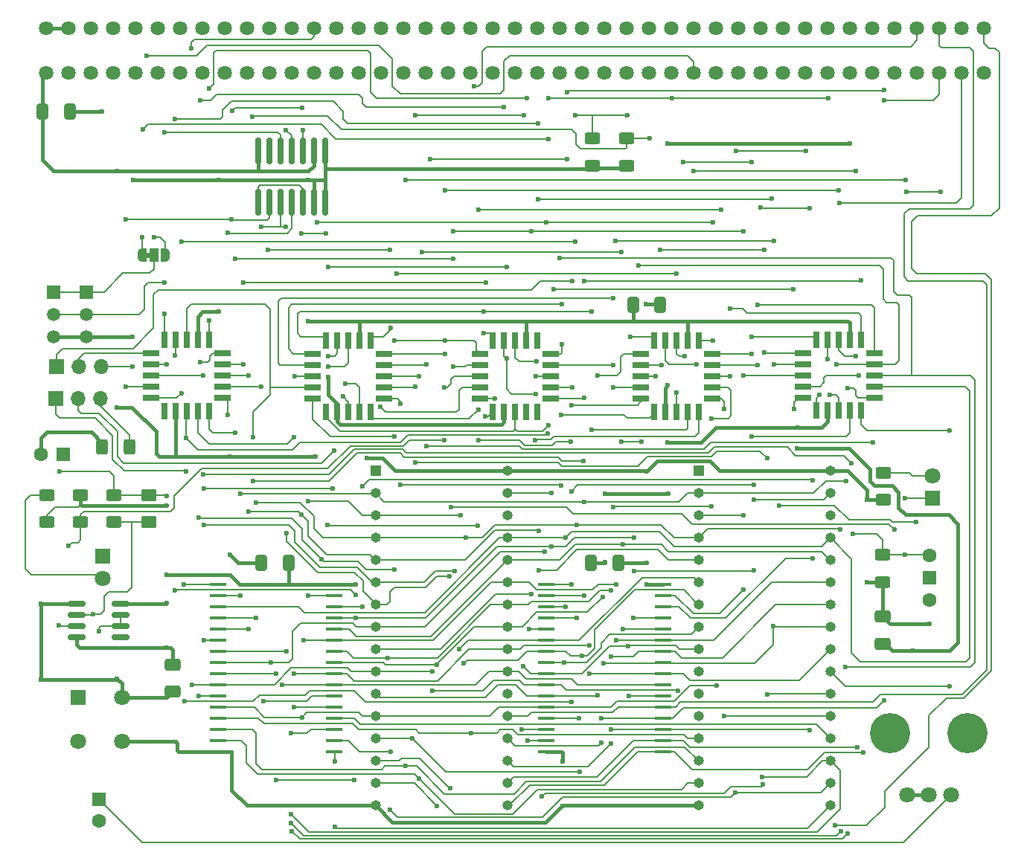
<source format=gbr>
%TF.GenerationSoftware,KiCad,Pcbnew,8.0.3*%
%TF.CreationDate,2025-02-20T16:42:35+01:00*%
%TF.ProjectId,DeMoN-Flash,44654d6f-4e2d-4466-9c61-73682e6b6963,rev?*%
%TF.SameCoordinates,Original*%
%TF.FileFunction,Copper,L1,Top*%
%TF.FilePolarity,Positive*%
%FSLAX46Y46*%
G04 Gerber Fmt 4.6, Leading zero omitted, Abs format (unit mm)*
G04 Created by KiCad (PCBNEW 8.0.3) date 2025-02-20 16:42:35*
%MOMM*%
%LPD*%
G01*
G04 APERTURE LIST*
G04 Aperture macros list*
%AMRoundRect*
0 Rectangle with rounded corners*
0 $1 Rounding radius*
0 $2 $3 $4 $5 $6 $7 $8 $9 X,Y pos of 4 corners*
0 Add a 4 corners polygon primitive as box body*
4,1,4,$2,$3,$4,$5,$6,$7,$8,$9,$2,$3,0*
0 Add four circle primitives for the rounded corners*
1,1,$1+$1,$2,$3*
1,1,$1+$1,$4,$5*
1,1,$1+$1,$6,$7*
1,1,$1+$1,$8,$9*
0 Add four rect primitives between the rounded corners*
20,1,$1+$1,$2,$3,$4,$5,0*
20,1,$1+$1,$4,$5,$6,$7,0*
20,1,$1+$1,$6,$7,$8,$9,0*
20,1,$1+$1,$8,$9,$2,$3,0*%
%AMFreePoly0*
4,1,19,0.550000,-0.750000,0.000000,-0.750000,0.000000,-0.744911,-0.071157,-0.744911,-0.207708,-0.704816,-0.327430,-0.627875,-0.420627,-0.520320,-0.479746,-0.390866,-0.500000,-0.250000,-0.500000,0.250000,-0.479746,0.390866,-0.420627,0.520320,-0.327430,0.627875,-0.207708,0.704816,-0.071157,0.744911,0.000000,0.744911,0.000000,0.750000,0.550000,0.750000,0.550000,-0.750000,0.550000,-0.750000,
$1*%
%AMFreePoly1*
4,1,19,0.000000,0.744911,0.071157,0.744911,0.207708,0.704816,0.327430,0.627875,0.420627,0.520320,0.479746,0.390866,0.500000,0.250000,0.500000,-0.250000,0.479746,-0.390866,0.420627,-0.520320,0.327430,-0.627875,0.207708,-0.704816,0.071157,-0.744911,0.000000,-0.744911,0.000000,-0.750000,-0.550000,-0.750000,-0.550000,0.750000,0.000000,0.750000,0.000000,0.744911,0.000000,0.744911,
$1*%
G04 Aperture macros list end*
%TA.AperFunction,EtchedComponent*%
%ADD10C,0.000000*%
%TD*%
%TA.AperFunction,SMDPad,CuDef*%
%ADD11RoundRect,0.250000X0.412500X0.650000X-0.412500X0.650000X-0.412500X-0.650000X0.412500X-0.650000X0*%
%TD*%
%TA.AperFunction,ComponentPad*%
%ADD12R,1.500000X1.500000*%
%TD*%
%TA.AperFunction,ComponentPad*%
%ADD13C,1.600000*%
%TD*%
%TA.AperFunction,ComponentPad*%
%ADD14C,1.500000*%
%TD*%
%TA.AperFunction,ComponentPad*%
%ADD15R,1.160000X1.160000*%
%TD*%
%TA.AperFunction,ComponentPad*%
%ADD16O,1.160000X1.160000*%
%TD*%
%TA.AperFunction,ComponentPad*%
%ADD17R,1.600000X1.600000*%
%TD*%
%TA.AperFunction,ComponentPad*%
%ADD18R,1.800000X1.800000*%
%TD*%
%TA.AperFunction,ComponentPad*%
%ADD19C,1.800000*%
%TD*%
%TA.AperFunction,ComponentPad*%
%ADD20R,1.700000X1.700000*%
%TD*%
%TA.AperFunction,ComponentPad*%
%ADD21O,1.700000X1.700000*%
%TD*%
%TA.AperFunction,SMDPad,CuDef*%
%ADD22R,0.700000X1.925000*%
%TD*%
%TA.AperFunction,SMDPad,CuDef*%
%ADD23R,1.925000X0.700000*%
%TD*%
%TA.AperFunction,SMDPad,CuDef*%
%ADD24R,1.981000X0.457000*%
%TD*%
%TA.AperFunction,SMDPad,CuDef*%
%ADD25RoundRect,0.250000X-0.625000X0.400000X-0.625000X-0.400000X0.625000X-0.400000X0.625000X0.400000X0*%
%TD*%
%TA.AperFunction,SMDPad,CuDef*%
%ADD26RoundRect,0.250000X-0.650000X0.412500X-0.650000X-0.412500X0.650000X-0.412500X0.650000X0.412500X0*%
%TD*%
%TA.AperFunction,ComponentPad*%
%ADD27C,1.635000*%
%TD*%
%TA.AperFunction,SMDPad,CuDef*%
%ADD28RoundRect,0.150000X-0.150000X1.350000X-0.150000X-1.350000X0.150000X-1.350000X0.150000X1.350000X0*%
%TD*%
%TA.AperFunction,ComponentPad*%
%ADD29C,4.575000*%
%TD*%
%TA.AperFunction,SMDPad,CuDef*%
%ADD30RoundRect,0.150000X-0.825000X-0.150000X0.825000X-0.150000X0.825000X0.150000X-0.825000X0.150000X0*%
%TD*%
%TA.AperFunction,SMDPad,CuDef*%
%ADD31FreePoly0,0.000000*%
%TD*%
%TA.AperFunction,SMDPad,CuDef*%
%ADD32R,1.000000X1.500000*%
%TD*%
%TA.AperFunction,SMDPad,CuDef*%
%ADD33FreePoly1,0.000000*%
%TD*%
%TA.AperFunction,SMDPad,CuDef*%
%ADD34RoundRect,0.250001X0.624999X-0.462499X0.624999X0.462499X-0.624999X0.462499X-0.624999X-0.462499X0*%
%TD*%
%TA.AperFunction,SMDPad,CuDef*%
%ADD35RoundRect,0.250000X-0.400000X-0.625000X0.400000X-0.625000X0.400000X0.625000X-0.400000X0.625000X0*%
%TD*%
%TA.AperFunction,ViaPad*%
%ADD36C,0.600000*%
%TD*%
%TA.AperFunction,Conductor*%
%ADD37C,0.400000*%
%TD*%
%TA.AperFunction,Conductor*%
%ADD38C,0.200000*%
%TD*%
G04 APERTURE END LIST*
D10*
%TA.AperFunction,EtchedComponent*%
%TO.C,JP3*%
G36*
X99883400Y-65317200D02*
G01*
X99383400Y-65317200D01*
X99383400Y-64717200D01*
X99883400Y-64717200D01*
X99883400Y-65317200D01*
G37*
%TD.AperFunction*%
%TD*%
D11*
%TO.P,C8,1*%
%TO.N,+5V*%
X115590900Y-100000000D03*
%TO.P,C8,2*%
%TO.N,GND*%
X112465900Y-100000000D03*
%TD*%
%TO.P,C7,1*%
%TO.N,+5V*%
X153100900Y-100000000D03*
%TO.P,C7,2*%
%TO.N,GND*%
X149975900Y-100000000D03*
%TD*%
D12*
%TO.P,SW2,1,B*%
%TO.N,Net-(D1-K)*%
X188500000Y-101690000D03*
D13*
%TO.P,SW2,2,C*%
%TO.N,GND*%
X188500000Y-104230000D03*
%TO.P,SW2,3,A*%
%TO.N,Net-(D1-K)*%
X188500000Y-99150000D03*
%TD*%
D12*
%TO.P,Q2,1,D*%
%TO.N,Net-(JP3-C)*%
X88900000Y-69200000D03*
D14*
%TO.P,Q2,2,G*%
%TO.N,Net-(Q1-G)*%
X88900000Y-71740000D03*
%TO.P,Q2,3,S*%
%TO.N,+5V*%
X88900000Y-74280000D03*
%TD*%
D15*
%TO.P,U9,1,NC_1*%
%TO.N,unconnected-(U9-NC_1-Pad1)*%
X162255000Y-89550000D03*
D16*
%TO.P,U9,2,A16*%
%TO.N,/A17*%
X162255000Y-92090000D03*
%TO.P,U9,3,A15*%
%TO.N,/A16*%
X162255000Y-94630000D03*
%TO.P,U9,4,A12*%
%TO.N,/A13*%
X162255000Y-97170000D03*
%TO.P,U9,5,A7*%
%TO.N,/A8*%
X162255000Y-99710000D03*
%TO.P,U9,6,A6*%
%TO.N,/A7*%
X162255000Y-102250000D03*
%TO.P,U9,7,A5*%
%TO.N,/A6*%
X162255000Y-104790000D03*
%TO.P,U9,8,A4*%
%TO.N,/A5*%
X162255000Y-107330000D03*
%TO.P,U9,9,A3*%
%TO.N,/A4*%
X162255000Y-109870000D03*
%TO.P,U9,10,A2*%
%TO.N,/A3*%
X162255000Y-112410000D03*
%TO.P,U9,11,A1*%
%TO.N,/A2*%
X162255000Y-114950000D03*
%TO.P,U9,12,A0*%
%TO.N,/A1*%
X162255000Y-117490000D03*
%TO.P,U9,13,I/O0*%
%TO.N,/D8*%
X162255000Y-120030000D03*
%TO.P,U9,14,I/O1*%
%TO.N,/D9*%
X162255000Y-122570000D03*
%TO.P,U9,15,I/O2*%
%TO.N,/D10*%
X162255000Y-125110000D03*
%TO.P,U9,16,GND*%
%TO.N,GND*%
X162255000Y-127650000D03*
%TO.P,U9,17,I/O3*%
%TO.N,/D11*%
X177255000Y-127650000D03*
%TO.P,U9,18,I/O4*%
%TO.N,/D12*%
X177255000Y-125110000D03*
%TO.P,U9,19,I/O5*%
%TO.N,/D13*%
X177255000Y-122570000D03*
%TO.P,U9,20,I/O6*%
%TO.N,/D14*%
X177255000Y-120030000D03*
%TO.P,U9,21,I/O7*%
%TO.N,/D15*%
X177255000Y-117490000D03*
%TO.P,U9,22,~{CE}*%
%TO.N,Net-(U4-IO5)*%
X177255000Y-114950000D03*
%TO.P,U9,23,A10*%
%TO.N,/A11*%
X177255000Y-112410000D03*
%TO.P,U9,24,~{OE}*%
%TO.N,/~{OE}*%
X177255000Y-109870000D03*
%TO.P,U9,25,A11*%
%TO.N,/A12*%
X177255000Y-107330000D03*
%TO.P,U9,26,A9*%
%TO.N,/A10*%
X177255000Y-104790000D03*
%TO.P,U9,27,A8*%
%TO.N,/A9*%
X177255000Y-102250000D03*
%TO.P,U9,28,A13*%
%TO.N,/A14*%
X177255000Y-99710000D03*
%TO.P,U9,29,A14*%
%TO.N,/A15*%
X177255000Y-97170000D03*
%TO.P,U9,30,NC_2*%
%TO.N,unconnected-(U9-NC_2-Pad30)*%
X177255000Y-94630000D03*
%TO.P,U9,31,~{WE}*%
%TO.N,/R_W*%
X177255000Y-92090000D03*
%TO.P,U9,32,VCC*%
%TO.N,+5V*%
X177255000Y-89550000D03*
%TD*%
D17*
%TO.P,C1,1*%
%TO.N,Net-(U11-DIS)*%
X94000000Y-126944888D03*
D13*
%TO.P,C1,2*%
%TO.N,GND*%
X94000000Y-129444888D03*
%TD*%
D18*
%TO.P,D2,1,K*%
%TO.N,GND*%
X94450000Y-99225000D03*
D19*
%TO.P,D2,2,A*%
%TO.N,Net-(D2-A)*%
X94450000Y-101765000D03*
%TD*%
D15*
%TO.P,U7,1,NC_1*%
%TO.N,unconnected-(U7-NC_1-Pad1)*%
X125505000Y-89550000D03*
D16*
%TO.P,U7,2,A16*%
%TO.N,/A17*%
X125505000Y-92090000D03*
%TO.P,U7,3,A15*%
%TO.N,/A16*%
X125505000Y-94630000D03*
%TO.P,U7,4,A12*%
%TO.N,/A13*%
X125505000Y-97170000D03*
%TO.P,U7,5,A7*%
%TO.N,/A8*%
X125505000Y-99710000D03*
%TO.P,U7,6,A6*%
%TO.N,/A7*%
X125505000Y-102250000D03*
%TO.P,U7,7,A5*%
%TO.N,/A6*%
X125505000Y-104790000D03*
%TO.P,U7,8,A4*%
%TO.N,/A5*%
X125505000Y-107330000D03*
%TO.P,U7,9,A3*%
%TO.N,/A4*%
X125505000Y-109870000D03*
%TO.P,U7,10,A2*%
%TO.N,/A3*%
X125505000Y-112410000D03*
%TO.P,U7,11,A1*%
%TO.N,/A2*%
X125505000Y-114950000D03*
%TO.P,U7,12,A0*%
%TO.N,/A1*%
X125505000Y-117490000D03*
%TO.P,U7,13,I/O0*%
%TO.N,/D0*%
X125505000Y-120030000D03*
%TO.P,U7,14,I/O1*%
%TO.N,/D1*%
X125505000Y-122570000D03*
%TO.P,U7,15,I/O2*%
%TO.N,/D2*%
X125505000Y-125110000D03*
%TO.P,U7,16,GND*%
%TO.N,GND*%
X125505000Y-127650000D03*
%TO.P,U7,17,I/O3*%
%TO.N,/D3*%
X140505000Y-127650000D03*
%TO.P,U7,18,I/O4*%
%TO.N,/D4*%
X140505000Y-125110000D03*
%TO.P,U7,19,I/O5*%
%TO.N,/D5*%
X140505000Y-122570000D03*
%TO.P,U7,20,I/O6*%
%TO.N,/D6*%
X140505000Y-120030000D03*
%TO.P,U7,21,I/O7*%
%TO.N,/D7*%
X140505000Y-117490000D03*
%TO.P,U7,22,~{CE}*%
%TO.N,Net-(U4-IO8)*%
X140505000Y-114950000D03*
%TO.P,U7,23,A10*%
%TO.N,/A11*%
X140505000Y-112410000D03*
%TO.P,U7,24,~{OE}*%
%TO.N,/~{OE}*%
X140505000Y-109870000D03*
%TO.P,U7,25,A11*%
%TO.N,/A12*%
X140505000Y-107330000D03*
%TO.P,U7,26,A9*%
%TO.N,/A10*%
X140505000Y-104790000D03*
%TO.P,U7,27,A8*%
%TO.N,/A9*%
X140505000Y-102250000D03*
%TO.P,U7,28,A13*%
%TO.N,/A14*%
X140505000Y-99710000D03*
%TO.P,U7,29,A14*%
%TO.N,/A15*%
X140505000Y-97170000D03*
%TO.P,U7,30,NC_2*%
%TO.N,unconnected-(U7-NC_2-Pad30)*%
X140505000Y-94630000D03*
%TO.P,U7,31,~{WE}*%
%TO.N,/R_W*%
X140505000Y-92090000D03*
%TO.P,U7,32,VCC*%
%TO.N,+5V*%
X140505000Y-89550000D03*
%TD*%
D12*
%TO.P,Q1,1,D*%
%TO.N,Net-(JP3-C)*%
X92600000Y-69200000D03*
D14*
%TO.P,Q1,2,G*%
%TO.N,Net-(Q1-G)*%
X92600000Y-71740000D03*
%TO.P,Q1,3,S*%
%TO.N,+5V*%
X92600000Y-74280000D03*
%TD*%
D20*
%TO.P,JP1,1,A*%
%TO.N,Net-(JP1-A)*%
X89128400Y-81342200D03*
D21*
%TO.P,JP1,2,C*%
%TO.N,Net-(JP1-C)*%
X91668400Y-81342200D03*
%TO.P,JP1,3,B*%
%TO.N,Net-(JP1-B)*%
X94208400Y-81342200D03*
%TD*%
D22*
%TO.P,U4,1,I1/CLK*%
%TO.N,Net-(U2-IO1)*%
X122400000Y-74697500D03*
%TO.P,U4,2,I2*%
%TO.N,Net-(U2-IO7)*%
X121130000Y-74697500D03*
%TO.P,U4,3,I3*%
%TO.N,Net-(U2-IO8)*%
X119860000Y-74697500D03*
D23*
%TO.P,U4,4,I4*%
%TO.N,Net-(U3-IO2)*%
X118347500Y-76210000D03*
%TO.P,U4,5,I5*%
%TO.N,Net-(U3-I03)*%
X118347500Y-77480000D03*
%TO.P,U4,6,I6*%
%TO.N,/~{OE}*%
X118347500Y-78750000D03*
%TO.P,U4,7,I7*%
%TO.N,/~{AS}*%
X118347500Y-80020000D03*
%TO.P,U4,8,I8*%
%TO.N,/~{UDS}*%
X118347500Y-81290000D03*
D22*
%TO.P,U4,9,I9*%
%TO.N,/~{LDS}*%
X119860000Y-82802500D03*
%TO.P,U4,10,GND*%
%TO.N,GND*%
X121130000Y-82802500D03*
%TO.P,U4,11,I10/~{OE}*%
%TO.N,Net-(JP1-C)*%
X122400000Y-82802500D03*
%TO.P,U4,12,IO8*%
%TO.N,Net-(U4-IO8)*%
X123670000Y-82802500D03*
%TO.P,U4,13,IO7*%
%TO.N,Net-(U2-I8)*%
X124940000Y-82802500D03*
D23*
%TO.P,U4,14,IO6*%
%TO.N,Net-(U2-I9)*%
X126452500Y-81290000D03*
%TO.P,U4,15,IO5*%
%TO.N,Net-(U4-IO5)*%
X126452500Y-80020000D03*
%TO.P,U4,16,IO4*%
%TO.N,Net-(U4-IO4)*%
X126452500Y-78750000D03*
%TO.P,U4,17,I03*%
%TO.N,/D0*%
X126452500Y-77480000D03*
%TO.P,U4,18,IO2*%
%TO.N,/D1*%
X126452500Y-76210000D03*
D22*
%TO.P,U4,19,IO1*%
%TO.N,Net-(U10-~{CE})*%
X124940000Y-74697500D03*
%TO.P,U4,20,VCC*%
%TO.N,+5V*%
X123670000Y-74697500D03*
%TD*%
D18*
%TO.P,SW1,1,1*%
%TO.N,Net-(U3-I6)*%
X91677500Y-115377500D03*
D19*
%TO.P,SW1,2,2*%
%TO.N,GND*%
X96677500Y-115377500D03*
%TO.P,SW1,3,3*%
%TO.N,Net-(U3-I6)*%
X91677500Y-120377500D03*
%TO.P,SW1,4,4*%
%TO.N,GND*%
X96677500Y-120377500D03*
%TD*%
D24*
%TO.P,U8,1,A17*%
%TO.N,/A18*%
X144944400Y-102475000D03*
%TO.P,U8,2,A16*%
%TO.N,/A17*%
X144944400Y-103745000D03*
%TO.P,U8,3,A14*%
%TO.N,/A15*%
X144944400Y-105015000D03*
%TO.P,U8,4,A12*%
%TO.N,/A13*%
X144944400Y-106285000D03*
%TO.P,U8,5,A7*%
%TO.N,/A8*%
X144944400Y-107555000D03*
%TO.P,U8,6,A6*%
%TO.N,/A7*%
X144944400Y-108825000D03*
%TO.P,U8,7,A5*%
%TO.N,/A6*%
X144944400Y-110095000D03*
%TO.P,U8,8,A4*%
%TO.N,/A5*%
X144944400Y-111365000D03*
%TO.P,U8,9,A3*%
%TO.N,/A4*%
X144944400Y-112635000D03*
%TO.P,U8,10,A2*%
%TO.N,/A3*%
X144944400Y-113905000D03*
%TO.P,U8,11,A1*%
%TO.N,/A2*%
X144944400Y-115175000D03*
%TO.P,U8,12,A0*%
%TO.N,/A1*%
X144944400Y-116445000D03*
%TO.P,U8,13,I/O0*%
%TO.N,/D0*%
X144944400Y-117715000D03*
%TO.P,U8,14,I/O1*%
%TO.N,/D1*%
X144944400Y-118985000D03*
%TO.P,U8,15,I/O2*%
%TO.N,/D2*%
X144944400Y-120255000D03*
%TO.P,U8,16,GND*%
%TO.N,GND*%
X144944400Y-121525000D03*
%TO.P,U8,17,I/O3*%
%TO.N,/D3*%
X158172400Y-121525000D03*
%TO.P,U8,18,I/O4*%
%TO.N,/D4*%
X158172400Y-120255000D03*
%TO.P,U8,19,I/O5*%
%TO.N,/D5*%
X158172400Y-118985000D03*
%TO.P,U8,20,I/O6*%
%TO.N,/D6*%
X158172400Y-117715000D03*
%TO.P,U8,21,I/O7*%
%TO.N,/D7*%
X158172400Y-116445000D03*
%TO.P,U8,22,~{CE}*%
%TO.N,Net-(U4-IO4)*%
X158172400Y-115175000D03*
%TO.P,U8,23,A10*%
%TO.N,/A11*%
X158172400Y-113905000D03*
%TO.P,U8,24,~{OE}*%
%TO.N,/~{OE}*%
X158172400Y-112635000D03*
%TO.P,U8,25,A11*%
%TO.N,/A12*%
X158172400Y-111365000D03*
%TO.P,U8,26,A9*%
%TO.N,/A10*%
X158172400Y-110095000D03*
%TO.P,U8,27,A8*%
%TO.N,/A9*%
X158172400Y-108825000D03*
%TO.P,U8,28,A13*%
%TO.N,/A14*%
X158172400Y-107555000D03*
%TO.P,U8,29,~{WE}*%
%TO.N,/R_W*%
X158172400Y-106285000D03*
%TO.P,U8,30,A18*%
%TO.N,/A19*%
X158172400Y-105015000D03*
%TO.P,U8,31,A15*%
%TO.N,/A16*%
X158172400Y-103745000D03*
%TO.P,U8,32,VDD*%
%TO.N,+5V*%
X158172400Y-102475000D03*
%TD*%
D25*
%TO.P,R3,1*%
%TO.N,Net-(D1-A)*%
X183300000Y-89750000D03*
%TO.P,R3,2*%
%TO.N,+5V*%
X183300000Y-92850000D03*
%TD*%
D26*
%TO.P,C2,1*%
%TO.N,+5V*%
X102400000Y-111587500D03*
%TO.P,C2,2*%
%TO.N,GND*%
X102400000Y-114712500D03*
%TD*%
D27*
%TO.P,CN1,1,1*%
%TO.N,GND*%
X88060000Y-44200000D03*
%TO.P,CN1,2,2*%
X88060000Y-39120000D03*
%TO.P,CN1,3,3*%
X90600000Y-44200000D03*
%TO.P,CN1,4,4*%
X90600000Y-39120000D03*
%TO.P,CN1,5,5*%
%TO.N,unconnected-(CN1-Pad5)*%
X93140000Y-44200000D03*
%TO.P,CN1,6,6*%
%TO.N,+5V*%
X93140000Y-39120000D03*
%TO.P,CN1,7,7*%
%TO.N,unconnected-(CN1-Pad7)*%
X95680000Y-44200000D03*
%TO.P,CN1,8,8*%
%TO.N,unconnected-(CN1-Pad8)*%
X95680000Y-39120000D03*
%TO.P,CN1,9,9*%
%TO.N,unconnected-(CN1-Pad9)*%
X98220000Y-44200000D03*
%TO.P,CN1,10,10*%
%TO.N,unconnected-(CN1-Pad10)*%
X98220000Y-39120000D03*
%TO.P,CN1,11,11*%
%TO.N,unconnected-(CN1-Pad11)*%
X100760000Y-44200000D03*
%TO.P,CN1,12,12*%
%TO.N,unconnected-(CN1-Pad12)*%
X100760000Y-39120000D03*
%TO.P,CN1,13,13*%
%TO.N,unconnected-(CN1-Pad13)*%
X103300000Y-44200000D03*
%TO.P,CN1,14,14*%
%TO.N,unconnected-(CN1-Pad14)*%
X103300000Y-39120000D03*
%TO.P,CN1,15,15*%
%TO.N,unconnected-(CN1-Pad15)*%
X105840000Y-44200000D03*
%TO.P,CN1,16,16*%
%TO.N,unconnected-(CN1-Pad16)*%
X105840000Y-39120000D03*
%TO.P,CN1,17,17*%
%TO.N,unconnected-(CN1-Pad17)*%
X108380000Y-44200000D03*
%TO.P,CN1,18,18*%
%TO.N,unconnected-(CN1-Pad18)*%
X108380000Y-39120000D03*
%TO.P,CN1,19,19*%
%TO.N,unconnected-(CN1-Pad19)*%
X110920000Y-44200000D03*
%TO.P,CN1,20,20*%
%TO.N,unconnected-(CN1-Pad20)*%
X110920000Y-39120000D03*
%TO.P,CN1,21,21*%
%TO.N,/A5*%
X113460000Y-44200000D03*
%TO.P,CN1,22,22*%
%TO.N,unconnected-(CN1-Pad22)*%
X113460000Y-39120000D03*
%TO.P,CN1,23,23*%
%TO.N,/A6*%
X116000000Y-44200000D03*
%TO.P,CN1,24,24*%
%TO.N,/A4*%
X116000000Y-39120000D03*
%TO.P,CN1,25,25*%
%TO.N,unconnected-(CN1-Pad25)*%
X118540000Y-44200000D03*
%TO.P,CN1,26,26*%
%TO.N,/A3*%
X118540000Y-39120000D03*
%TO.P,CN1,27,27*%
%TO.N,/A2*%
X121080000Y-44200000D03*
%TO.P,CN1,28,28*%
%TO.N,/A7*%
X121080000Y-39120000D03*
%TO.P,CN1,29,29*%
%TO.N,/A1*%
X123620000Y-44200000D03*
%TO.P,CN1,30,30*%
%TO.N,/A8*%
X123620000Y-39120000D03*
%TO.P,CN1,31,31*%
%TO.N,/~{FC0}*%
X126160000Y-44200000D03*
%TO.P,CN1,32,32*%
%TO.N,/A9*%
X126160000Y-39120000D03*
%TO.P,CN1,33,33*%
%TO.N,/~{FC1}*%
X128700000Y-44200000D03*
%TO.P,CN1,34,34*%
%TO.N,/A10*%
X128700000Y-39120000D03*
%TO.P,CN1,35,35*%
%TO.N,unconnected-(CN1-Pad35)*%
X131240000Y-44200000D03*
%TO.P,CN1,36,36*%
%TO.N,/A11*%
X131240000Y-39120000D03*
%TO.P,CN1,37,37*%
%TO.N,unconnected-(CN1-Pad37)*%
X133780000Y-44200000D03*
%TO.P,CN1,38,38*%
%TO.N,/A12*%
X133780000Y-39120000D03*
%TO.P,CN1,39,39*%
%TO.N,/A13*%
X136320000Y-44200000D03*
%TO.P,CN1,40,40*%
%TO.N,/~{IPL0}*%
X136320000Y-39120000D03*
%TO.P,CN1,41,41*%
%TO.N,/A14*%
X138860000Y-44200000D03*
%TO.P,CN1,42,42*%
%TO.N,/~{IPL1}*%
X138860000Y-39120000D03*
%TO.P,CN1,43,43*%
%TO.N,/A15*%
X141400000Y-44200000D03*
%TO.P,CN1,44,44*%
%TO.N,/~{IPL2}*%
X141400000Y-39120000D03*
%TO.P,CN1,45,45*%
%TO.N,/A16*%
X143940000Y-44200000D03*
%TO.P,CN1,46,46*%
%TO.N,unconnected-(CN1-Pad46)*%
X143940000Y-39120000D03*
%TO.P,CN1,47,47*%
%TO.N,/A17*%
X146480000Y-44200000D03*
%TO.P,CN1,48,48*%
%TO.N,unconnected-(CN1-Pad48)*%
X146480000Y-39120000D03*
%TO.P,CN1,49,49*%
%TO.N,unconnected-(CN1-Pad49)*%
X149020000Y-44200000D03*
%TO.P,CN1,50,50*%
%TO.N,unconnected-(CN1-Pad50)*%
X149020000Y-39120000D03*
%TO.P,CN1,51,51*%
%TO.N,unconnected-(CN1-Pad51)*%
X151560000Y-44200000D03*
%TO.P,CN1,52,52*%
%TO.N,/A18*%
X151560000Y-39120000D03*
%TO.P,CN1,53,53*%
%TO.N,/~{RST}*%
X154100000Y-44200000D03*
%TO.P,CN1,54,54*%
%TO.N,/A19*%
X154100000Y-39120000D03*
%TO.P,CN1,55,55*%
%TO.N,/~{HLT}*%
X156640000Y-44200000D03*
%TO.P,CN1,56,56*%
%TO.N,/A20*%
X156640000Y-39120000D03*
%TO.P,CN1,57,57*%
%TO.N,/A22*%
X159180000Y-44200000D03*
%TO.P,CN1,58,58*%
%TO.N,/A21*%
X159180000Y-39120000D03*
%TO.P,CN1,59,59*%
%TO.N,/A23*%
X161720000Y-44200000D03*
%TO.P,CN1,60,60*%
%TO.N,unconnected-(CN1-Pad60)*%
X161720000Y-39120000D03*
%TO.P,CN1,61,61*%
%TO.N,unconnected-(CN1-Pad61)*%
X164260000Y-44200000D03*
%TO.P,CN1,62,62*%
%TO.N,unconnected-(CN1-Pad62)*%
X164260000Y-39120000D03*
%TO.P,CN1,63,63*%
%TO.N,/D15*%
X166800000Y-44200000D03*
%TO.P,CN1,64,64*%
%TO.N,unconnected-(CN1-Pad64)*%
X166800000Y-39120000D03*
%TO.P,CN1,65,65*%
%TO.N,/D14*%
X169340000Y-44200000D03*
%TO.P,CN1,66,66*%
%TO.N,unconnected-(CN1-Pad66)*%
X169340000Y-39120000D03*
%TO.P,CN1,67,67*%
%TO.N,/D13*%
X171880000Y-44200000D03*
%TO.P,CN1,68,68*%
%TO.N,/R_W*%
X171880000Y-39120000D03*
%TO.P,CN1,69,69*%
%TO.N,/D12*%
X174420000Y-44200000D03*
%TO.P,CN1,70,70*%
%TO.N,/~{LDS}*%
X174420000Y-39120000D03*
%TO.P,CN1,71,71*%
%TO.N,/D11*%
X176960000Y-44200000D03*
%TO.P,CN1,72,72*%
%TO.N,/~{UDS}*%
X176960000Y-39120000D03*
%TO.P,CN1,73,73*%
%TO.N,GND*%
X179500000Y-44200000D03*
%TO.P,CN1,74,74*%
%TO.N,/~{AS}*%
X179500000Y-39120000D03*
%TO.P,CN1,75,75*%
%TO.N,/D0*%
X182040000Y-44200000D03*
%TO.P,CN1,76,76*%
%TO.N,/D10*%
X182040000Y-39120000D03*
%TO.P,CN1,77,77*%
%TO.N,/D1*%
X184580000Y-44200000D03*
%TO.P,CN1,78,78*%
%TO.N,/D9*%
X184580000Y-39120000D03*
%TO.P,CN1,79,79*%
%TO.N,/D2*%
X187120000Y-44200000D03*
%TO.P,CN1,80,80*%
%TO.N,/D8*%
X187120000Y-39120000D03*
%TO.P,CN1,81,81*%
%TO.N,/D3*%
X189660000Y-44200000D03*
%TO.P,CN1,82,82*%
%TO.N,/D7*%
X189660000Y-39120000D03*
%TO.P,CN1,83,83*%
%TO.N,/D4*%
X192200000Y-44200000D03*
%TO.P,CN1,84,84*%
%TO.N,/D6*%
X192200000Y-39120000D03*
%TO.P,CN1,85,85*%
%TO.N,unconnected-(CN1-Pad85)*%
X194740000Y-44200000D03*
%TO.P,CN1,86,86*%
%TO.N,/D5*%
X194740000Y-39120000D03*
%TD*%
D25*
%TO.P,R1,1*%
%TO.N,/~{HLT}*%
X154050000Y-51700000D03*
%TO.P,R1,2*%
%TO.N,+5V*%
X154050000Y-54800000D03*
%TD*%
D11*
%TO.P,C4,1*%
%TO.N,GND*%
X157912500Y-70650000D03*
%TO.P,C4,2*%
%TO.N,+5V*%
X154787500Y-70650000D03*
%TD*%
D25*
%TO.P,R6,1*%
%TO.N,+5V*%
X91950000Y-92300000D03*
%TO.P,R6,2*%
%TO.N,Net-(U3-I6)*%
X91950000Y-95400000D03*
%TD*%
D17*
%TO.P,C6,1*%
%TO.N,Net-(D3-K)*%
X89950000Y-87650000D03*
D13*
%TO.P,C6,2*%
%TO.N,GND*%
X87450000Y-87650000D03*
%TD*%
D22*
%TO.P,U3,1,I1/CLK*%
%TO.N,Net-(U2-IO1)*%
X141400000Y-74697500D03*
%TO.P,U3,2,I2*%
%TO.N,Net-(U2-IO7)*%
X140130000Y-74697500D03*
%TO.P,U3,3,I3*%
%TO.N,Net-(U2-IO8)*%
X138860000Y-74697500D03*
D23*
%TO.P,U3,4,I4*%
%TO.N,/~{UDS}*%
X137347500Y-76210000D03*
%TO.P,U3,5,I5*%
%TO.N,Net-(U3-I5)*%
X137347500Y-77480000D03*
%TO.P,U3,6,I6*%
%TO.N,Net-(U3-I6)*%
X137347500Y-78750000D03*
%TO.P,U3,7,I7*%
%TO.N,/~{FC0}*%
X137347500Y-80020000D03*
%TO.P,U3,8,I8*%
%TO.N,Net-(U2-IO6)*%
X137347500Y-81290000D03*
D22*
%TO.P,U3,9,I9*%
%TO.N,/~{OE}*%
X138860000Y-82802500D03*
%TO.P,U3,10,GND*%
%TO.N,GND*%
X140130000Y-82802500D03*
%TO.P,U3,11,I10/~{OE}*%
%TO.N,/~{LDS}*%
X141400000Y-82802500D03*
%TO.P,U3,12,IO8*%
%TO.N,unconnected-(U3-IO8-Pad12)*%
X142670000Y-82802500D03*
%TO.P,U3,13,IO7*%
%TO.N,unconnected-(U3-IO7-Pad13)*%
X143940000Y-82802500D03*
D23*
%TO.P,U3,14,IO6*%
%TO.N,/~{AS}*%
X145452500Y-81290000D03*
%TO.P,U3,15,IO5*%
%TO.N,Net-(JP2-A)*%
X145452500Y-80020000D03*
%TO.P,U3,16,IO4*%
%TO.N,Net-(JP1-A)*%
X145452500Y-78750000D03*
%TO.P,U3,17,I03*%
%TO.N,Net-(U3-I03)*%
X145452500Y-77480000D03*
%TO.P,U3,18,IO2*%
%TO.N,Net-(U3-IO2)*%
X145452500Y-76210000D03*
D22*
%TO.P,U3,19,IO1*%
%TO.N,unconnected-(U3-IO1-Pad19)*%
X143940000Y-74697500D03*
%TO.P,U3,20,VCC*%
%TO.N,+5V*%
X142670000Y-74697500D03*
%TD*%
D24*
%TO.P,U10,1,A17*%
%TO.N,/A18*%
X107594400Y-102475000D03*
%TO.P,U10,2,A16*%
%TO.N,/A17*%
X107594400Y-103745000D03*
%TO.P,U10,3,A14*%
%TO.N,/A15*%
X107594400Y-105015000D03*
%TO.P,U10,4,A12*%
%TO.N,/A13*%
X107594400Y-106285000D03*
%TO.P,U10,5,A7*%
%TO.N,/A8*%
X107594400Y-107555000D03*
%TO.P,U10,6,A6*%
%TO.N,/A7*%
X107594400Y-108825000D03*
%TO.P,U10,7,A5*%
%TO.N,/A6*%
X107594400Y-110095000D03*
%TO.P,U10,8,A4*%
%TO.N,/A5*%
X107594400Y-111365000D03*
%TO.P,U10,9,A3*%
%TO.N,/A4*%
X107594400Y-112635000D03*
%TO.P,U10,10,A2*%
%TO.N,/A3*%
X107594400Y-113905000D03*
%TO.P,U10,11,A1*%
%TO.N,/A2*%
X107594400Y-115175000D03*
%TO.P,U10,12,A0*%
%TO.N,/A1*%
X107594400Y-116445000D03*
%TO.P,U10,13,I/O0*%
%TO.N,/D8*%
X107594400Y-117715000D03*
%TO.P,U10,14,I/O1*%
%TO.N,/D9*%
X107594400Y-118985000D03*
%TO.P,U10,15,I/O2*%
%TO.N,/D10*%
X107594400Y-120255000D03*
%TO.P,U10,16,GND*%
%TO.N,GND*%
X107594400Y-121525000D03*
%TO.P,U10,17,I/O3*%
%TO.N,/D11*%
X120822400Y-121525000D03*
%TO.P,U10,18,I/O4*%
%TO.N,/D12*%
X120822400Y-120255000D03*
%TO.P,U10,19,I/O5*%
%TO.N,/D13*%
X120822400Y-118985000D03*
%TO.P,U10,20,I/O6*%
%TO.N,/D14*%
X120822400Y-117715000D03*
%TO.P,U10,21,I/O7*%
%TO.N,/D15*%
X120822400Y-116445000D03*
%TO.P,U10,22,~{CE}*%
%TO.N,Net-(U10-~{CE})*%
X120822400Y-115175000D03*
%TO.P,U10,23,A10*%
%TO.N,/A11*%
X120822400Y-113905000D03*
%TO.P,U10,24,~{OE}*%
%TO.N,/~{OE}*%
X120822400Y-112635000D03*
%TO.P,U10,25,A11*%
%TO.N,/A12*%
X120822400Y-111365000D03*
%TO.P,U10,26,A9*%
%TO.N,/A10*%
X120822400Y-110095000D03*
%TO.P,U10,27,A8*%
%TO.N,/A9*%
X120822400Y-108825000D03*
%TO.P,U10,28,A13*%
%TO.N,/A14*%
X120822400Y-107555000D03*
%TO.P,U10,29,~{WE}*%
%TO.N,/R_W*%
X120822400Y-106285000D03*
%TO.P,U10,30,A18*%
%TO.N,/A19*%
X120822400Y-105015000D03*
%TO.P,U10,31,A15*%
%TO.N,/A16*%
X120822400Y-103745000D03*
%TO.P,U10,32,VDD*%
%TO.N,+5V*%
X120822400Y-102475000D03*
%TD*%
D18*
%TO.P,D1,1,K*%
%TO.N,Net-(D1-K)*%
X188850000Y-92700000D03*
D19*
%TO.P,D1,2,A*%
%TO.N,Net-(D1-A)*%
X188850000Y-90160000D03*
%TD*%
D22*
%TO.P,U1,1,I1/CLK*%
%TO.N,/A23*%
X178200000Y-74597500D03*
%TO.P,U1,2,I2*%
%TO.N,/A22*%
X176930000Y-74597500D03*
%TO.P,U1,3,I3*%
%TO.N,/A21*%
X175660000Y-74597500D03*
D23*
%TO.P,U1,4,I4*%
%TO.N,/A20*%
X174147500Y-76110000D03*
%TO.P,U1,5,I5*%
%TO.N,/A18*%
X174147500Y-77380000D03*
%TO.P,U1,6,I6*%
%TO.N,/A16*%
X174147500Y-78650000D03*
%TO.P,U1,7,I7*%
%TO.N,/A14*%
X174147500Y-79920000D03*
%TO.P,U1,8,I8*%
%TO.N,/A12*%
X174147500Y-81190000D03*
D22*
%TO.P,U1,9,I9*%
%TO.N,/A10*%
X175660000Y-82702500D03*
%TO.P,U1,10,GND*%
%TO.N,GND*%
X176930000Y-82702500D03*
%TO.P,U1,11,I10/~{OE}*%
%TO.N,/A9*%
X178200000Y-82702500D03*
%TO.P,U1,12,IO8*%
%TO.N,Net-(U1-IO8)*%
X179470000Y-82702500D03*
%TO.P,U1,13,IO7*%
%TO.N,/A11*%
X180740000Y-82702500D03*
D23*
%TO.P,U1,14,IO6*%
%TO.N,/A13*%
X182252500Y-81190000D03*
%TO.P,U1,15,IO5*%
%TO.N,/A15*%
X182252500Y-79920000D03*
%TO.P,U1,16,IO4*%
%TO.N,/A17*%
X182252500Y-78650000D03*
%TO.P,U1,17,I03*%
%TO.N,/A19*%
X182252500Y-77380000D03*
%TO.P,U1,18,IO2*%
%TO.N,Net-(U1-IO2)*%
X182252500Y-76110000D03*
D22*
%TO.P,U1,19,IO1*%
%TO.N,Net-(U1-IO1)*%
X180740000Y-74597500D03*
%TO.P,U1,20,VCC*%
%TO.N,+5V*%
X179470000Y-74597500D03*
%TD*%
D20*
%TO.P,JP2,1,A*%
%TO.N,Net-(JP2-A)*%
X89168400Y-77692200D03*
D21*
%TO.P,JP2,2,C*%
%TO.N,Net-(JP2-C)*%
X91708400Y-77692200D03*
%TO.P,JP2,3,B*%
%TO.N,+5V*%
X94248400Y-77692200D03*
%TD*%
D22*
%TO.P,U5,1,I1/CLK*%
%TO.N,/~{AS}*%
X104000000Y-74647500D03*
%TO.P,U5,2,I2*%
%TO.N,/R_W*%
X102730000Y-74647500D03*
%TO.P,U5,3,I3*%
%TO.N,Net-(Q1-G)*%
X101460000Y-74647500D03*
D23*
%TO.P,U5,4,I4*%
%TO.N,Net-(JP2-C)*%
X99947500Y-76160000D03*
%TO.P,U5,5,I5*%
%TO.N,Net-(D3-A)*%
X99947500Y-77430000D03*
%TO.P,U5,6,I6*%
%TO.N,Net-(D1-K)*%
X99947500Y-78700000D03*
%TO.P,U5,7,I7*%
%TO.N,Net-(U5-I7)*%
X99947500Y-79970000D03*
%TO.P,U5,8,I8*%
%TO.N,/~{RST}*%
X99947500Y-81240000D03*
D22*
%TO.P,U5,9,I9*%
%TO.N,unconnected-(U5-I9-Pad9)*%
X101460000Y-82752500D03*
%TO.P,U5,10,GND*%
%TO.N,GND*%
X102730000Y-82752500D03*
%TO.P,U5,11,I10/~{OE}*%
%TO.N,Net-(JP1-A)*%
X104000000Y-82752500D03*
%TO.P,U5,12,IO8*%
%TO.N,/~{OE}*%
X105270000Y-82752500D03*
%TO.P,U5,13,IO7*%
%TO.N,Net-(U3-I5)*%
X106540000Y-82752500D03*
D23*
%TO.P,U5,14,IO6*%
%TO.N,Net-(U5-IO6)*%
X108052500Y-81240000D03*
%TO.P,U5,15,IO5*%
%TO.N,Net-(U5-IO5)*%
X108052500Y-79970000D03*
%TO.P,U5,16,IO4*%
%TO.N,/~{HLT}*%
X108052500Y-78700000D03*
%TO.P,U5,17,I03*%
%TO.N,/~{IPL0}*%
X108052500Y-77430000D03*
%TO.P,U5,18,IO2*%
%TO.N,/~{IPL1}*%
X108052500Y-76160000D03*
D22*
%TO.P,U5,19,IO1*%
%TO.N,/~{IPL2}*%
X106540000Y-74647500D03*
%TO.P,U5,20,VCC*%
%TO.N,+5V*%
X105270000Y-74647500D03*
%TD*%
D26*
%TO.P,C3,1*%
%TO.N,+5V*%
X183200000Y-106137500D03*
%TO.P,C3,2*%
%TO.N,GND*%
X183200000Y-109262500D03*
%TD*%
D28*
%TO.P,U6,1,~{R}*%
%TO.N,+5V*%
X119760000Y-53100000D03*
%TO.P,U6,2,D*%
%TO.N,GND*%
X118490000Y-53100000D03*
%TO.P,U6,3,C*%
%TO.N,Net-(U5-I7)*%
X117220000Y-53100000D03*
%TO.P,U6,4,~{S}*%
%TO.N,Net-(U5-IO5)*%
X115950000Y-53100000D03*
%TO.P,U6,5,Q*%
%TO.N,Net-(Q1-G)*%
X114680000Y-53100000D03*
%TO.P,U6,6,~{Q}*%
%TO.N,unconnected-(U6A-~{Q}-Pad6)*%
X113410000Y-53100000D03*
%TO.P,U6,7,GND*%
%TO.N,GND*%
X112140000Y-53100000D03*
%TO.P,U6,8,~{Q}*%
%TO.N,Net-(U6B-D)*%
X112140000Y-59000000D03*
%TO.P,U6,9,Q*%
%TO.N,Net-(U5-I7)*%
X113410000Y-59000000D03*
%TO.P,U6,10,~{S}*%
%TO.N,Net-(U5-IO5)*%
X114680000Y-59000000D03*
%TO.P,U6,11,C*%
%TO.N,Net-(U5-IO6)*%
X115950000Y-59000000D03*
%TO.P,U6,12,D*%
%TO.N,Net-(U6B-D)*%
X117220000Y-59000000D03*
%TO.P,U6,13,~{R}*%
%TO.N,+5V*%
X118490000Y-59000000D03*
%TO.P,U6,14,VCC*%
X119760000Y-59000000D03*
%TD*%
D19*
%TO.P,VR1,1,CCW*%
%TO.N,+5V*%
X185958400Y-126442200D03*
%TO.P,VR1,2,WIPER*%
X188458400Y-126442200D03*
%TO.P,VR1,3,CW*%
%TO.N,Net-(U11-DIS)*%
X190958400Y-126442200D03*
D29*
%TO.P,VR1,MH1,MH1*%
%TO.N,unconnected-(VR1-PadMH1)*%
X184058400Y-119442200D03*
%TO.P,VR1,MH2,MH2*%
%TO.N,unconnected-(VR1-PadMH2)*%
X192858400Y-119442200D03*
%TD*%
D30*
%TO.P,U11,1,GND*%
%TO.N,GND*%
X91525000Y-104645000D03*
%TO.P,U11,2,TR*%
%TO.N,Net-(D3-K)*%
X91525000Y-105915000D03*
%TO.P,U11,3,Q*%
%TO.N,Net-(D3-A)*%
X91525000Y-107185000D03*
%TO.P,U11,4,R*%
%TO.N,+5V*%
X91525000Y-108455000D03*
%TO.P,U11,5,CV*%
%TO.N,unconnected-(U11-CV-Pad5)*%
X96475000Y-108455000D03*
%TO.P,U11,6,THR*%
%TO.N,Net-(U11-DIS)*%
X96475000Y-107185000D03*
%TO.P,U11,7,DIS*%
X96475000Y-105915000D03*
%TO.P,U11,8,VCC*%
%TO.N,+5V*%
X96475000Y-104645000D03*
%TD*%
D25*
%TO.P,R7,1*%
%TO.N,Net-(D2-A)*%
X88100000Y-92300000D03*
%TO.P,R7,2*%
%TO.N,+5V*%
X88100000Y-95400000D03*
%TD*%
D31*
%TO.P,JP3,1,A*%
%TO.N,/A22*%
X98983400Y-65017200D03*
D32*
%TO.P,JP3,2,C*%
%TO.N,Net-(JP3-C)*%
X100283400Y-65017200D03*
D33*
%TO.P,JP3,3,B*%
%TO.N,/A23*%
X101583400Y-65017200D03*
%TD*%
D34*
%TO.P,D3,1,K*%
%TO.N,Net-(D3-K)*%
X99700000Y-95337500D03*
%TO.P,D3,2,A*%
%TO.N,Net-(D3-A)*%
X99700000Y-92362500D03*
%TD*%
D25*
%TO.P,R4,1*%
%TO.N,Net-(D1-K)*%
X183200000Y-99100000D03*
%TO.P,R4,2*%
%TO.N,+5V*%
X183200000Y-102200000D03*
%TD*%
%TO.P,R2,1*%
%TO.N,/~{RST}*%
X150150000Y-51700000D03*
%TO.P,R2,2*%
%TO.N,+5V*%
X150150000Y-54800000D03*
%TD*%
D35*
%TO.P,R8,1*%
%TO.N,GND*%
X94383400Y-86817200D03*
%TO.P,R8,2*%
%TO.N,Net-(JP1-B)*%
X97483400Y-86817200D03*
%TD*%
D22*
%TO.P,U2,1,I1/CLK*%
%TO.N,/A8*%
X159750000Y-74697500D03*
%TO.P,U2,2,I2*%
%TO.N,/A7*%
X158480000Y-74697500D03*
%TO.P,U2,3,I3*%
%TO.N,/A4*%
X157210000Y-74697500D03*
D23*
%TO.P,U2,4,I4*%
%TO.N,/A6*%
X155697500Y-76210000D03*
%TO.P,U2,5,I5*%
%TO.N,/A5*%
X155697500Y-77480000D03*
%TO.P,U2,6,I6*%
%TO.N,/A3*%
X155697500Y-78750000D03*
%TO.P,U2,7,I7*%
%TO.N,/A2*%
X155697500Y-80020000D03*
%TO.P,U2,8,I8*%
%TO.N,Net-(U2-I8)*%
X155697500Y-81290000D03*
D22*
%TO.P,U2,9,I9*%
%TO.N,Net-(U2-I9)*%
X157210000Y-82802500D03*
%TO.P,U2,10,GND*%
%TO.N,GND*%
X158480000Y-82802500D03*
%TO.P,U2,11,I10/~{OE}*%
%TO.N,/~{FC1}*%
X159750000Y-82802500D03*
%TO.P,U2,12,IO8*%
%TO.N,Net-(U2-IO8)*%
X161020000Y-82802500D03*
%TO.P,U2,13,IO7*%
%TO.N,Net-(U2-IO7)*%
X162290000Y-82802500D03*
D23*
%TO.P,U2,14,IO6*%
%TO.N,Net-(U2-IO6)*%
X163802500Y-81290000D03*
%TO.P,U2,15,IO5*%
%TO.N,/A1*%
X163802500Y-80020000D03*
%TO.P,U2,16,IO4*%
%TO.N,Net-(U1-IO1)*%
X163802500Y-78750000D03*
%TO.P,U2,17,I03*%
%TO.N,Net-(U1-IO2)*%
X163802500Y-77480000D03*
%TO.P,U2,18,IO2*%
%TO.N,Net-(U1-IO8)*%
X163802500Y-76210000D03*
D22*
%TO.P,U2,19,IO1*%
%TO.N,Net-(U2-IO1)*%
X162290000Y-74697500D03*
%TO.P,U2,20,VCC*%
%TO.N,+5V*%
X161020000Y-74697500D03*
%TD*%
D11*
%TO.P,C5,1*%
%TO.N,+5V*%
X90712500Y-48600000D03*
%TO.P,C5,2*%
%TO.N,GND*%
X87587500Y-48600000D03*
%TD*%
D25*
%TO.P,R5,1*%
%TO.N,Net-(D3-A)*%
X95750000Y-92300000D03*
%TO.P,R5,2*%
%TO.N,Net-(D3-K)*%
X95750000Y-95400000D03*
%TD*%
D36*
%TO.N,GND*%
X158768400Y-92122200D03*
X151588400Y-99982200D03*
X151588400Y-92142200D03*
%TO.N,+5V*%
X156350000Y-99992200D03*
%TO.N,/A8*%
X144043400Y-100862200D03*
%TO.N,GND*%
X108958400Y-87902200D03*
X108928400Y-99082200D03*
%TO.N,Net-(U3-I6)*%
X133300000Y-80050000D03*
X133300000Y-86075000D03*
X90600000Y-98100000D03*
%TO.N,Net-(U10-~{CE})*%
X127200000Y-73300000D03*
X113250000Y-64400000D03*
X127150000Y-64400000D03*
X112758400Y-115792200D03*
%TO.N,Net-(U2-IO1)*%
X118850000Y-61250000D03*
X163850000Y-61250000D03*
X163850000Y-74700000D03*
X143800000Y-77100000D03*
X120100000Y-77650000D03*
X144900000Y-61250000D03*
%TO.N,/A5*%
X144733400Y-98767200D03*
X113600000Y-111350600D03*
X146983400Y-111342200D03*
X158025000Y-77525000D03*
%TO.N,/A8*%
X142983400Y-107567200D03*
X117050000Y-62500000D03*
X160650000Y-76500000D03*
X117050000Y-94532200D03*
X144043400Y-96372200D03*
X119850000Y-62500000D03*
X111048400Y-94192200D03*
X111058400Y-107542200D03*
%TO.N,/~{IPL2}*%
X106550000Y-46050000D03*
X106550000Y-72450000D03*
X142700000Y-47150000D03*
%TO.N,/A15*%
X147083400Y-105017200D03*
X147083400Y-97167200D03*
%TO.N,GND*%
X158750000Y-86292200D03*
X158750000Y-79800000D03*
X179500000Y-52250000D03*
X186650000Y-110000000D03*
X96113600Y-55422800D03*
X120100000Y-78850000D03*
X96100000Y-113200000D03*
X87450000Y-104650000D03*
X146750000Y-122600000D03*
X173450000Y-87000000D03*
X87400000Y-113300000D03*
X156300000Y-70600000D03*
X96101600Y-82292200D03*
X158750000Y-52250000D03*
X173500000Y-84650000D03*
X146750000Y-127675000D03*
X118708400Y-87892200D03*
%TO.N,+5V*%
X188550000Y-106950000D03*
X107650000Y-71450000D03*
X156350000Y-89600000D03*
X181400000Y-92850000D03*
X97950000Y-56400000D03*
X94400000Y-48650000D03*
X181400000Y-102200000D03*
X97880000Y-77652200D03*
X101700000Y-104600000D03*
X117850000Y-72500000D03*
X101750000Y-93550000D03*
X117800000Y-56400000D03*
X123233400Y-102492200D03*
X101700000Y-101392200D03*
X156350000Y-102517200D03*
X97880000Y-74280000D03*
X124533400Y-88117200D03*
X107650000Y-56400000D03*
X101700000Y-109700000D03*
%TO.N,/~{OE}*%
X116250000Y-85692200D03*
X149825000Y-112674999D03*
X149825000Y-109442200D03*
X116250000Y-112617200D03*
X116300000Y-78750000D03*
X137950000Y-83375000D03*
%TO.N,Net-(U4-IO4)*%
X153500000Y-64600000D03*
X154358400Y-115192200D03*
X130750000Y-64600000D03*
X130400000Y-78750000D03*
X155733400Y-86250000D03*
X153500000Y-86250000D03*
%TO.N,Net-(U4-IO5)*%
X130000000Y-80000000D03*
X170050000Y-88092200D03*
X130025000Y-88575000D03*
X170100000Y-115000000D03*
%TO.N,/A1*%
X117108400Y-117617200D03*
X164350000Y-114000000D03*
X163750000Y-83600000D03*
%TO.N,Net-(U4-IO8)*%
X120025000Y-95750000D03*
X137150000Y-95800000D03*
X122050000Y-79650000D03*
%TO.N,/A16*%
X167358400Y-103042200D03*
X167350000Y-78650000D03*
X167350000Y-62300000D03*
X143250000Y-62300000D03*
X117868400Y-92982200D03*
X167358400Y-94617200D03*
X134300000Y-62300000D03*
X117858400Y-103745000D03*
X135150000Y-94625000D03*
%TO.N,Net-(U2-I8)*%
X137175000Y-86025000D03*
X137175000Y-82600000D03*
X147800000Y-82050000D03*
X147725000Y-86250000D03*
%TO.N,Net-(U2-I9)*%
X146625000Y-91200000D03*
X146650000Y-83150000D03*
X128350000Y-91175000D03*
X128350000Y-81950000D03*
%TO.N,Net-(JP1-C)*%
X121783400Y-81092200D03*
X120796635Y-87205435D03*
%TO.N,/A9*%
X152900000Y-102450000D03*
X117295246Y-108817489D03*
X177208400Y-80917200D03*
X152883400Y-108817200D03*
%TO.N,Net-(U2-IO7)*%
X120100000Y-76450000D03*
X140400000Y-66350000D03*
X143675000Y-86025000D03*
X140400000Y-76750000D03*
X143700000Y-80800000D03*
X120100000Y-66350000D03*
%TO.N,Net-(U2-IO8)*%
X150100000Y-71450000D03*
X137800000Y-73900000D03*
X150100000Y-84900000D03*
X137800000Y-71450000D03*
%TO.N,Net-(U3-IO2)*%
X146700000Y-70600000D03*
X146700000Y-75100000D03*
%TO.N,Net-(U3-I03)*%
X152500000Y-77500000D03*
X152550000Y-69850000D03*
%TO.N,Net-(U3-I5)*%
X134350000Y-77700000D03*
X109500000Y-85200000D03*
X134350000Y-65400000D03*
X109500000Y-65400000D03*
%TO.N,Net-(U2-IO6)*%
X137200000Y-59850000D03*
X139100000Y-81275000D03*
X164850000Y-59850000D03*
X165175000Y-82525000D03*
%TO.N,Net-(JP2-A)*%
X147850000Y-80020000D03*
X147850000Y-67950000D03*
%TO.N,/~{FC0}*%
X126050000Y-82275000D03*
%TO.N,/A17*%
X110136200Y-103745000D03*
X149209873Y-103717200D03*
X178950000Y-111850000D03*
X149208400Y-93075000D03*
X110108400Y-92150000D03*
X146450000Y-65300000D03*
X179025000Y-90675000D03*
%TO.N,Net-(U1-IO8)*%
X168250000Y-76200000D03*
X168250000Y-85600000D03*
%TO.N,Net-(U1-IO2)*%
X169000000Y-77500000D03*
X169000000Y-70650000D03*
%TO.N,/A18*%
X170800000Y-77400000D03*
X170800000Y-63400000D03*
X103683400Y-102467200D03*
X152800000Y-63350000D03*
X103758400Y-115817200D03*
X147808400Y-115842200D03*
X147800000Y-102467200D03*
X147783400Y-91867200D03*
X168508400Y-91142200D03*
%TO.N,Net-(U1-IO1)*%
X165850000Y-71050000D03*
X165850000Y-78750000D03*
%TO.N,Net-(Q1-G)*%
X101450000Y-51003200D03*
X101450000Y-71700000D03*
X101450000Y-68100000D03*
%TO.N,Net-(D1-K)*%
X185750000Y-99100000D03*
X179625000Y-88650000D03*
X179775000Y-96700000D03*
X185750000Y-92700000D03*
X105900000Y-78700000D03*
X105900000Y-89950000D03*
%TO.N,/A19*%
X175208400Y-90592200D03*
X123983400Y-105017200D03*
X155400000Y-66200000D03*
X177950000Y-77383800D03*
X123983400Y-91317200D03*
X175208400Y-99492200D03*
%TO.N,/A10*%
X152275000Y-103150000D03*
X126900000Y-110825000D03*
X176025000Y-80925000D03*
X152275000Y-110692200D03*
%TO.N,/~{FC1}*%
X159750000Y-67050000D03*
X127900000Y-67050000D03*
X159750000Y-80650000D03*
%TO.N,Net-(U5-I7)*%
X97050000Y-60909200D03*
X117200000Y-50749200D03*
X117170200Y-48183800D03*
X109143800Y-60909200D03*
X109169200Y-48564800D03*
X97050000Y-80000000D03*
%TO.N,Net-(U5-IO5)*%
X112500000Y-79950000D03*
X112500000Y-61722000D03*
X115300000Y-61738000D03*
X115290600Y-50714200D03*
%TO.N,Net-(U5-IO6)*%
X108700000Y-62458600D03*
X108700000Y-83150000D03*
%TO.N,/A11*%
X116000735Y-130599265D03*
X114826098Y-113928965D03*
X179250000Y-130825000D03*
X130000000Y-49100000D03*
X142400000Y-49100000D03*
X190850000Y-114100000D03*
X190850000Y-84950000D03*
%TO.N,/A12*%
X151407800Y-111417200D03*
X151350000Y-103900000D03*
X173100000Y-82500000D03*
X170725000Y-107250000D03*
X132500000Y-111592200D03*
%TO.N,/~{IPL0}*%
X138050000Y-68100000D03*
X110450000Y-77450000D03*
X110450000Y-68150000D03*
%TO.N,/~{RST}*%
X103400000Y-63450000D03*
X148250000Y-63450000D03*
X148250000Y-49100000D03*
X103400000Y-80700000D03*
X154150000Y-49050000D03*
%TO.N,/A13*%
X179183400Y-80100000D03*
X111900000Y-106267200D03*
X178350000Y-96200000D03*
X148400000Y-95682200D03*
X148400000Y-106317200D03*
X111908400Y-93152200D03*
X135750000Y-97175000D03*
%TO.N,/A20*%
X169750000Y-64400000D03*
X169750000Y-76100000D03*
X157850000Y-64400000D03*
%TO.N,/~{IPL1}*%
X105550000Y-77200000D03*
X105550000Y-47400000D03*
X140100000Y-48100000D03*
%TO.N,/A14*%
X153608400Y-107542200D03*
X153608400Y-97912200D03*
X180500000Y-78700000D03*
%TO.N,/~{HLT}*%
X156650000Y-51700000D03*
X111050000Y-78700000D03*
X111506000Y-49225200D03*
%TO.N,/A21*%
X160500000Y-54400000D03*
X168250000Y-74300000D03*
X168250000Y-54400000D03*
%TO.N,/A22*%
X159200000Y-47100000D03*
X99000000Y-50700000D03*
X176950000Y-76800000D03*
X145150000Y-47100000D03*
X145150000Y-51750000D03*
X98983400Y-62942200D03*
X177000000Y-47150000D03*
%TO.N,Net-(U11-DIS)*%
X94000000Y-107800000D03*
%TO.N,Net-(D3-A)*%
X89450000Y-107150000D03*
X101750000Y-77450000D03*
X89508400Y-89600000D03*
X101750000Y-92400000D03*
%TO.N,Net-(D3-K)*%
X93400000Y-105900000D03*
%TO.N,/A23*%
X99458400Y-42292200D03*
X161700000Y-55450000D03*
X180100000Y-76517200D03*
X100258400Y-62967200D03*
X180100000Y-55450000D03*
%TO.N,/D15*%
X178450000Y-130600000D03*
X165150000Y-117490000D03*
X116257800Y-116442200D03*
X115900000Y-129650000D03*
%TO.N,/A3*%
X131925000Y-114600000D03*
X157400000Y-78775000D03*
X104550000Y-41442200D03*
X131925000Y-112425000D03*
X104625300Y-113925300D03*
X159871635Y-114555435D03*
%TO.N,/A4*%
X154450000Y-74300000D03*
X154250000Y-109550000D03*
X143256000Y-103600000D03*
X123050000Y-124725000D03*
X142336362Y-111792200D03*
X114225000Y-124750000D03*
X114208400Y-112642200D03*
%TO.N,/A6*%
X115400000Y-110067200D03*
X133925000Y-101550000D03*
X135550000Y-111475000D03*
X115400000Y-96662200D03*
X150750000Y-78650000D03*
X149008400Y-110617200D03*
%TO.N,/A7*%
X105950000Y-91550000D03*
X105950000Y-95722200D03*
X105950000Y-108817200D03*
X120600000Y-91525000D03*
X134525000Y-100925000D03*
X135050000Y-109825000D03*
X162050000Y-77400000D03*
%TO.N,/A2*%
X105338400Y-94892200D03*
X127625000Y-100800000D03*
X150733400Y-115117200D03*
X105407800Y-115167200D03*
X119375000Y-99622200D03*
X163750000Y-93625000D03*
X152500000Y-93675000D03*
X152500000Y-80050000D03*
%TO.N,/D14*%
X174900000Y-59600000D03*
X169340000Y-59560000D03*
%TO.N,/R_W*%
X102700000Y-103142200D03*
X145533400Y-98167200D03*
X123233400Y-103667200D03*
X102700000Y-49450000D03*
X168533400Y-100892200D03*
X102700000Y-76400000D03*
X144000000Y-58650000D03*
X144000000Y-49950000D03*
X168508400Y-92817200D03*
X154875000Y-100967200D03*
X145533400Y-92092200D03*
X154928400Y-97182200D03*
X170600000Y-58550000D03*
X123233400Y-106292200D03*
X154858400Y-106267200D03*
%TO.N,/D13*%
X115900000Y-119450000D03*
X169450000Y-124375000D03*
X115910000Y-128660000D03*
%TO.N,/~{LDS}*%
X145150000Y-84400000D03*
X145750000Y-68900000D03*
X173050000Y-68900000D03*
%TO.N,/D12*%
X127175000Y-128175000D03*
X166450000Y-126150000D03*
X166550000Y-53100000D03*
X174450000Y-53100000D03*
X127200000Y-121550000D03*
%TO.N,/~{UDS}*%
X178200000Y-57650000D03*
X133400000Y-74700000D03*
X133400000Y-57650000D03*
X127675000Y-74725000D03*
X127675000Y-85675000D03*
%TO.N,/D11*%
X120858400Y-130075000D03*
X120858400Y-122667200D03*
%TO.N,/~{AS}*%
X111575000Y-90700000D03*
X180750000Y-67850000D03*
X111600000Y-85692200D03*
X149200000Y-81250000D03*
X149150000Y-88425000D03*
X149200000Y-67950000D03*
%TO.N,/D3*%
X183400000Y-47400000D03*
X180958400Y-121650000D03*
%TO.N,/D10*%
X131700000Y-54050000D03*
X147250000Y-54050000D03*
X147250000Y-46400000D03*
X130450000Y-124600000D03*
X183400000Y-46200000D03*
%TO.N,/D8*%
X136375000Y-119375000D03*
X136733400Y-45717200D03*
%TO.N,/D0*%
X131300000Y-77450000D03*
X129675000Y-120025000D03*
X131300000Y-86725000D03*
X182050000Y-86350000D03*
X148700000Y-123825000D03*
X148683400Y-117717200D03*
%TO.N,/D4*%
X178300000Y-59050000D03*
X180275000Y-121000000D03*
%TO.N,/D9*%
X128950000Y-123170000D03*
X128950000Y-56450000D03*
X185850000Y-56450000D03*
%TO.N,/D2*%
X169600000Y-125300000D03*
X187000000Y-95375000D03*
X144445600Y-126629400D03*
X142783400Y-120292200D03*
X132475000Y-127675000D03*
X171450000Y-93475000D03*
%TO.N,/D6*%
X151208400Y-117692200D03*
X151225000Y-120500000D03*
X189800000Y-57750000D03*
X185900000Y-57800000D03*
X183333400Y-115717200D03*
%TO.N,/D1*%
X133400000Y-76200000D03*
X142133400Y-118992200D03*
X133962500Y-125675000D03*
X184550000Y-96250000D03*
X134050000Y-93700000D03*
%TO.N,/D5*%
X174850000Y-119100000D03*
X152283400Y-118992200D03*
X152275000Y-120575000D03*
X177775000Y-129925000D03*
%TO.N,Net-(JP1-A)*%
X103958400Y-85767200D03*
X145125000Y-85325000D03*
X143750000Y-78750000D03*
X103958400Y-89592200D03*
%TD*%
D37*
%TO.N,GND*%
X158748400Y-92142200D02*
X158768400Y-92122200D01*
X151588400Y-92142200D02*
X158748400Y-92142200D01*
X151570600Y-100000000D02*
X151588400Y-99982200D01*
X149975900Y-100000000D02*
X151570600Y-100000000D01*
%TO.N,+5V*%
X156342200Y-100000000D02*
X156350000Y-99992200D01*
X153100900Y-100000000D02*
X156342200Y-100000000D01*
D38*
%TO.N,/A8*%
X148428400Y-98542200D02*
X146108400Y-100862200D01*
X157598400Y-98542200D02*
X148428400Y-98542200D01*
X158781200Y-99725000D02*
X157598400Y-98542200D01*
X146108400Y-100862200D02*
X144043400Y-100862200D01*
X162245000Y-99725000D02*
X158781200Y-99725000D01*
%TO.N,/A14*%
X176225000Y-98750000D02*
X177185000Y-99710000D01*
X158846200Y-98750000D02*
X176225000Y-98750000D01*
X158008400Y-97912200D02*
X158846200Y-98750000D01*
X153608400Y-97912200D02*
X158008400Y-97912200D01*
%TO.N,/A8*%
X144932200Y-107567200D02*
X144944400Y-107555000D01*
X142983400Y-107567200D02*
X144932200Y-107567200D01*
%TO.N,/A14*%
X148188400Y-97912200D02*
X146450600Y-99650000D01*
X153608400Y-97912200D02*
X148188400Y-97912200D01*
X146450600Y-99650000D02*
X140560000Y-99650000D01*
%TO.N,/R_W*%
X147123400Y-98167200D02*
X145533400Y-98167200D01*
X148108400Y-97182200D02*
X147123400Y-98167200D01*
X154928400Y-97182200D02*
X148108400Y-97182200D01*
%TO.N,/A15*%
X192570000Y-79920000D02*
X182252500Y-79920000D01*
X192700000Y-111300000D02*
X193100000Y-110900000D01*
X180650000Y-111300000D02*
X192700000Y-111300000D01*
X177250000Y-97170000D02*
X179650000Y-99570000D01*
X176220000Y-98200000D02*
X177250000Y-97170000D01*
X193100000Y-80450000D02*
X192570000Y-79920000D01*
X159496200Y-98200000D02*
X176220000Y-98200000D01*
X157768400Y-96472200D02*
X159496200Y-98200000D01*
X147778400Y-96472200D02*
X157768400Y-96472200D01*
X147083400Y-97167200D02*
X147778400Y-96472200D01*
X179650000Y-99570000D02*
X179650000Y-110300000D01*
X179650000Y-110300000D02*
X180650000Y-111300000D01*
X193100000Y-110900000D02*
X193100000Y-80450000D01*
%TO.N,/A13*%
X148410000Y-95692200D02*
X148400000Y-95682200D01*
X157998400Y-95692200D02*
X148410000Y-95692200D01*
X159476200Y-97170000D02*
X157998400Y-95692200D01*
X162255000Y-97170000D02*
X159476200Y-97170000D01*
X178250000Y-96100000D02*
X178350000Y-96200000D01*
X163325000Y-96100000D02*
X178250000Y-96100000D01*
X162255000Y-97170000D02*
X163325000Y-96100000D01*
X148380000Y-95702200D02*
X139107114Y-95702200D01*
X148400000Y-95682200D02*
X148380000Y-95702200D01*
X137634314Y-97175000D02*
X135750000Y-97175000D01*
X139107114Y-95702200D02*
X137634314Y-97175000D01*
%TO.N,/D1*%
X183900000Y-95600000D02*
X184550000Y-96250000D01*
X147977200Y-94452200D02*
X160338400Y-94452200D01*
X147200000Y-93675000D02*
X147977200Y-94452200D01*
X134075000Y-93675000D02*
X147200000Y-93675000D01*
X160338400Y-94452200D02*
X161486200Y-95600000D01*
X161486200Y-95600000D02*
X183900000Y-95600000D01*
X134050000Y-93700000D02*
X134075000Y-93675000D01*
%TO.N,/A7*%
X119201200Y-100525000D02*
X123375000Y-100525000D01*
X116338400Y-97662200D02*
X119201200Y-100525000D01*
X116338400Y-96412200D02*
X116338400Y-97662200D01*
X115648400Y-95722200D02*
X116338400Y-96412200D01*
X105950000Y-95722200D02*
X115648400Y-95722200D01*
X123375000Y-100525000D02*
X125100000Y-102250000D01*
%TO.N,/A2*%
X124425000Y-100800000D02*
X127625000Y-100800000D01*
X119635000Y-99882200D02*
X123507200Y-99882200D01*
X123507200Y-99882200D02*
X124425000Y-100800000D01*
X119375000Y-99622200D02*
X119635000Y-99882200D01*
X105358400Y-94912200D02*
X105338400Y-94892200D01*
X117158400Y-97392200D02*
X117158400Y-96142200D01*
X117158400Y-96142200D02*
X115928400Y-94912200D01*
X115928400Y-94912200D02*
X105358400Y-94912200D01*
X119375000Y-99608800D02*
X117158400Y-97392200D01*
X119375000Y-99622200D02*
X119375000Y-99608800D01*
%TO.N,/A6*%
X131200000Y-102800000D02*
X132450000Y-101550000D01*
X127625000Y-102800000D02*
X131200000Y-102800000D01*
X127125000Y-103300000D02*
X127625000Y-102800000D01*
X132450000Y-101550000D02*
X133925000Y-101550000D01*
X127125000Y-104425000D02*
X127125000Y-103300000D01*
X126760000Y-104790000D02*
X127125000Y-104425000D01*
X124075000Y-102075000D02*
X124075000Y-103283800D01*
X124075000Y-103283800D02*
X125581200Y-104790000D01*
X123100000Y-101100000D02*
X124075000Y-102075000D01*
X118886200Y-101100000D02*
X123100000Y-101100000D01*
X115398400Y-97612200D02*
X118886200Y-101100000D01*
X115398400Y-96663800D02*
X115398400Y-97612200D01*
X115400000Y-96662200D02*
X115398400Y-96663800D01*
X125581200Y-104790000D02*
X126760000Y-104790000D01*
%TO.N,/A8*%
X125510000Y-99710000D02*
X135665000Y-99710000D01*
X143937200Y-96266000D02*
X144043400Y-96372200D01*
X135665000Y-99710000D02*
X139109000Y-96266000D01*
X124875000Y-99075000D02*
X125510000Y-99710000D01*
X139109000Y-96266000D02*
X143937200Y-96266000D01*
X119916200Y-99075000D02*
X124875000Y-99075000D01*
X117788400Y-95270600D02*
X117788400Y-96947200D01*
X117788400Y-96947200D02*
X119916200Y-99075000D01*
X117050000Y-94532200D02*
X117788400Y-95270600D01*
X116710000Y-94192200D02*
X111088400Y-94192200D01*
X117050000Y-94532200D02*
X116710000Y-94192200D01*
%TO.N,/A13*%
X135345000Y-97170000D02*
X135350000Y-97175000D01*
X135350000Y-97175000D02*
X135750000Y-97175000D01*
X119506200Y-97170000D02*
X135345000Y-97170000D01*
X118488400Y-96152200D02*
X119506200Y-97170000D01*
X118488400Y-94722200D02*
X118488400Y-96152200D01*
X116918400Y-93152200D02*
X118488400Y-94722200D01*
X111908400Y-93152200D02*
X116918400Y-93152200D01*
%TO.N,/A16*%
X124036200Y-94630000D02*
X125505000Y-94630000D01*
X122388400Y-92982200D02*
X124036200Y-94630000D01*
X117808400Y-92982200D02*
X122388400Y-92982200D01*
D37*
%TO.N,GND*%
X108958400Y-87902200D02*
X102740000Y-87902200D01*
X118698400Y-87902200D02*
X108958400Y-87902200D01*
X109846200Y-100000000D02*
X108928400Y-99082200D01*
X112465900Y-100000000D02*
X109846200Y-100000000D01*
%TO.N,+5V*%
X115590900Y-100000000D02*
X115590900Y-102447500D01*
X115590900Y-102447500D02*
X115618400Y-102475000D01*
X115618400Y-102475000D02*
X110041200Y-102475000D01*
X120822400Y-102475000D02*
X115618400Y-102475000D01*
D38*
%TO.N,Net-(U3-I6)*%
X134050000Y-79650000D02*
X133650000Y-80050000D01*
X133300000Y-86075000D02*
X129325000Y-86075000D01*
X133650000Y-80050000D02*
X133300000Y-80050000D01*
X102600000Y-92401471D02*
X102600000Y-93750000D01*
X128700000Y-86700000D02*
X122650600Y-86700000D01*
X137347500Y-78750000D02*
X134400000Y-78750000D01*
X91950000Y-97400000D02*
X91950000Y-95400000D01*
X102600000Y-93750000D02*
X102200000Y-94150000D01*
X120050600Y-89300000D02*
X105701471Y-89300000D01*
X91000000Y-97700000D02*
X91650000Y-97700000D01*
X91650000Y-97700000D02*
X91950000Y-97400000D01*
X91950000Y-94500000D02*
X91950000Y-95400000D01*
X134050000Y-79100000D02*
X134050000Y-79650000D01*
X122650600Y-86700000D02*
X120050600Y-89300000D01*
X105701471Y-89300000D02*
X102600000Y-92401471D01*
X90600000Y-98100000D02*
X91000000Y-97700000D01*
X129325000Y-86075000D02*
X128700000Y-86700000D01*
X92300000Y-94150000D02*
X91950000Y-94500000D01*
X102200000Y-94150000D02*
X92300000Y-94150000D01*
X134400000Y-78750000D02*
X134050000Y-79100000D01*
%TO.N,Net-(U10-~{CE})*%
X112758400Y-115792200D02*
X117658400Y-115792200D01*
X126350000Y-74300000D02*
X127200000Y-73450000D01*
X117658400Y-115792200D02*
X118283400Y-115167200D01*
X124940000Y-74610000D02*
X125250000Y-74300000D01*
X127150000Y-64400000D02*
X113250000Y-64400000D01*
X120814600Y-115167200D02*
X120822400Y-115175000D01*
X127200000Y-73450000D02*
X127200000Y-73300000D01*
X125250000Y-74300000D02*
X126350000Y-74300000D01*
X118283400Y-115167200D02*
X120814600Y-115167200D01*
%TO.N,Net-(U2-IO1)*%
X122400000Y-77250000D02*
X122000000Y-77650000D01*
X122000000Y-77650000D02*
X120100000Y-77650000D01*
X141850000Y-77100000D02*
X141400000Y-76650000D01*
X118850000Y-61250000D02*
X144900000Y-61250000D01*
X141400000Y-76650000D02*
X141400000Y-74697500D01*
X144900000Y-61250000D02*
X163850000Y-61250000D01*
X122400000Y-74697500D02*
X122400000Y-77250000D01*
X143800000Y-77100000D02*
X141850000Y-77100000D01*
X163850000Y-74700000D02*
X162292500Y-74700000D01*
%TO.N,/A5*%
X161397800Y-108192200D02*
X162260000Y-107330000D01*
X123302071Y-107292200D02*
X122927071Y-106917200D01*
X146983400Y-111342200D02*
X146960600Y-111365000D01*
X146983400Y-111342200D02*
X149532800Y-111342200D01*
X151208400Y-109142200D02*
X152158400Y-108192200D01*
X122927071Y-106917200D02*
X116957800Y-106917200D01*
X107596600Y-111367200D02*
X107594400Y-111365000D01*
X144733400Y-98767200D02*
X139632800Y-98767200D01*
X116050000Y-107825000D02*
X116050000Y-110925000D01*
X113600000Y-111350600D02*
X113583400Y-111367200D01*
X115624400Y-111350600D02*
X113600000Y-111350600D01*
X131107800Y-107292200D02*
X123302071Y-107292200D01*
X158025000Y-77525000D02*
X157980000Y-77480000D01*
X146960600Y-111365000D02*
X144944400Y-111365000D01*
X139632800Y-98767200D02*
X131107800Y-107292200D01*
X151208400Y-109666600D02*
X151208400Y-109142200D01*
X113583400Y-111367200D02*
X107596600Y-111367200D01*
X157980000Y-77480000D02*
X155697500Y-77480000D01*
X116050000Y-110925000D02*
X115624400Y-111350600D01*
X152158400Y-108192200D02*
X161397800Y-108192200D01*
X149532800Y-111342200D02*
X151208400Y-109666600D01*
X116957800Y-106917200D02*
X116050000Y-107825000D01*
%TO.N,/A8*%
X160050000Y-76500000D02*
X160650000Y-76500000D01*
X159750000Y-74697500D02*
X159750000Y-76200000D01*
X159750000Y-76200000D02*
X160050000Y-76500000D01*
X117050000Y-62500000D02*
X119850000Y-62500000D01*
X111058400Y-107542200D02*
X111033400Y-107567200D01*
X107606600Y-107567200D02*
X107594400Y-107555000D01*
X111033400Y-107567200D02*
X107606600Y-107567200D01*
%TO.N,/~{IPL2}*%
X107100000Y-45500000D02*
X107100000Y-41950000D01*
X107100000Y-41950000D02*
X107350000Y-41700000D01*
X124600000Y-41700000D02*
X124900000Y-42000000D01*
X106540000Y-74647500D02*
X106540000Y-72460000D01*
X124900000Y-42000000D02*
X124900000Y-46400000D01*
X107350000Y-41700000D02*
X124600000Y-41700000D01*
X106540000Y-72460000D02*
X106550000Y-72450000D01*
X125650000Y-47150000D02*
X142700000Y-47150000D01*
X106550000Y-46050000D02*
X107100000Y-45500000D01*
X124900000Y-46400000D02*
X125650000Y-47150000D01*
%TO.N,/A15*%
X144944400Y-105015000D02*
X147081200Y-105015000D01*
X139605000Y-97170000D02*
X131105000Y-105670000D01*
X147081200Y-105015000D02*
X147083400Y-105017200D01*
X107596600Y-105017200D02*
X107594400Y-105015000D01*
X131105000Y-105670000D02*
X125140492Y-105670000D01*
X116717200Y-105017200D02*
X107596600Y-105017200D01*
X117367200Y-105667200D02*
X116717200Y-105017200D01*
X147080600Y-97170000D02*
X139605000Y-97170000D01*
X125137692Y-105667200D02*
X117367200Y-105667200D01*
X125140492Y-105670000D02*
X125137692Y-105667200D01*
X147083400Y-97167200D02*
X147080600Y-97170000D01*
D37*
%TO.N,GND*%
X102950000Y-120600000D02*
X102727500Y-120377500D01*
X112166400Y-55422800D02*
X88872800Y-55422800D01*
X185000000Y-93750000D02*
X185800000Y-94550000D01*
X109100000Y-121542200D02*
X103092200Y-121542200D01*
X100518400Y-85072200D02*
X100518400Y-87552200D01*
X88060000Y-39120000D02*
X90600000Y-39120000D01*
X118490000Y-53575000D02*
X118490000Y-54788800D01*
X102727500Y-120377500D02*
X96677500Y-120377500D01*
X158775000Y-86317200D02*
X162532800Y-86317200D01*
X121130000Y-83930000D02*
X121130000Y-82802500D01*
X146725000Y-127675000D02*
X146750000Y-127675000D01*
X146750000Y-122600000D02*
X146750000Y-121650000D01*
X96100000Y-113200000D02*
X96677500Y-113777500D01*
X87450000Y-104650000D02*
X87450000Y-113250000D01*
X102700000Y-87902200D02*
X102710000Y-87912200D01*
X121500000Y-84300000D02*
X121130000Y-83930000D01*
X191750000Y-95600000D02*
X191750000Y-109100000D01*
X87450000Y-104650000D02*
X91520000Y-104650000D01*
X158750000Y-86292200D02*
X158775000Y-86317200D01*
X139800000Y-84300000D02*
X121500000Y-84300000D01*
X125500000Y-127660000D02*
X110860000Y-127660000D01*
X100518400Y-87552200D02*
X100868400Y-87902200D01*
X117856000Y-55422800D02*
X112166400Y-55422800D01*
X100868400Y-87902200D02*
X102700000Y-87902200D01*
X94383400Y-86817200D02*
X94383400Y-86367200D01*
X158750000Y-79800000D02*
X158450000Y-80100000D01*
X96677500Y-113777500D02*
X96677500Y-115377500D01*
X112166400Y-55422800D02*
X112140000Y-55396400D01*
X181750000Y-90750000D02*
X182250000Y-91250000D01*
X182250000Y-91250000D02*
X184250000Y-91250000D01*
X185800000Y-94550000D02*
X190700000Y-94550000D01*
X87587500Y-54137500D02*
X87587500Y-48600000D01*
X190700000Y-94550000D02*
X191750000Y-95600000D01*
X158450000Y-80100000D02*
X158450000Y-82772500D01*
X164200000Y-84650000D02*
X173500000Y-84650000D01*
X176250000Y-84650000D02*
X176930000Y-83970000D01*
X162260000Y-127650000D02*
X146750000Y-127650000D01*
X87450000Y-113250000D02*
X87400000Y-113300000D01*
X87600000Y-44660000D02*
X87600000Y-48587500D01*
X110860000Y-127660000D02*
X109100000Y-125900000D01*
X156300000Y-70600000D02*
X157862500Y-70600000D01*
X140130000Y-83970000D02*
X140130000Y-82802500D01*
X96677500Y-115377500D02*
X101735000Y-115377500D01*
X179375000Y-87000000D02*
X181750000Y-89375000D01*
X112140000Y-55396400D02*
X112140000Y-53100000D01*
X179500000Y-52250000D02*
X158750000Y-52250000D01*
X118708400Y-87892200D02*
X118698400Y-87902200D01*
X120100000Y-80900000D02*
X120100000Y-78850000D01*
X190850000Y-110000000D02*
X186650000Y-110000000D01*
X176930000Y-83970000D02*
X176930000Y-82702500D01*
X162532800Y-86317200D02*
X164200000Y-84650000D01*
X96101600Y-82292200D02*
X97738400Y-82292200D01*
X88872800Y-55422800D02*
X87587500Y-54137500D01*
X144944400Y-121525000D02*
X146625000Y-121525000D01*
X121130000Y-81930000D02*
X120100000Y-80900000D01*
X173500000Y-84650000D02*
X176250000Y-84650000D01*
X181750000Y-89375000D02*
X181750000Y-90750000D01*
X121130000Y-82802500D02*
X121130000Y-81930000D01*
X102950000Y-121400000D02*
X102950000Y-120600000D01*
X102730000Y-87892200D02*
X102730000Y-82752500D01*
X101735000Y-115377500D02*
X102400000Y-114712500D01*
X183512500Y-109262500D02*
X184250000Y-110000000D01*
X87450000Y-85840600D02*
X87450000Y-87650000D01*
X103092200Y-121542200D02*
X102950000Y-121400000D01*
X93168400Y-85152200D02*
X88138400Y-85152200D01*
X191750000Y-109100000D02*
X190850000Y-110000000D01*
X94383400Y-86367200D02*
X93168400Y-85152200D01*
X102740000Y-87902200D02*
X102730000Y-87892200D01*
X173450000Y-87000000D02*
X179375000Y-87000000D01*
X87400000Y-113300000D02*
X96000000Y-113300000D01*
X88138400Y-85152200D02*
X87450000Y-85840600D01*
X144825000Y-129575000D02*
X146725000Y-127675000D01*
X109100000Y-125900000D02*
X109100000Y-121542200D01*
X127435000Y-129575000D02*
X144825000Y-129575000D01*
X146750000Y-127675000D02*
X146750000Y-127650000D01*
X96000000Y-113300000D02*
X96100000Y-113200000D01*
X139800000Y-84300000D02*
X140130000Y-83970000D01*
X88060000Y-44200000D02*
X87600000Y-44660000D01*
X185000000Y-92000000D02*
X185000000Y-93750000D01*
X184250000Y-91250000D02*
X185000000Y-92000000D01*
X118490000Y-54788800D02*
X117856000Y-55422800D01*
X125510000Y-127650000D02*
X127435000Y-129575000D01*
X146625000Y-121525000D02*
X146750000Y-121650000D01*
X184250000Y-110000000D02*
X186650000Y-110000000D01*
X97738400Y-82292200D02*
X100518400Y-85072200D01*
D38*
%TO.N,+5V*%
X88100000Y-95400000D02*
X88100000Y-94600000D01*
D37*
X107650000Y-56400000D02*
X97950000Y-56400000D01*
X123670000Y-74697500D02*
X123670000Y-72580000D01*
X161020000Y-74697500D02*
X161020000Y-72530000D01*
X177255000Y-89550000D02*
X164666200Y-89550000D01*
D38*
X91700000Y-93650000D02*
X91950000Y-93400000D01*
D37*
X177255000Y-89550000D02*
X179216200Y-89550000D01*
X158164600Y-102467200D02*
X158172400Y-102475000D01*
X156300000Y-89550000D02*
X156350000Y-89600000D01*
X181400000Y-91733800D02*
X181400000Y-92850000D01*
X97880000Y-74280000D02*
X92600000Y-74280000D01*
X91525000Y-108455000D02*
X91525000Y-109375000D01*
X118491000Y-56400000D02*
X119760000Y-56400000D01*
X161050000Y-72500000D02*
X179250000Y-72500000D01*
X117800000Y-56400000D02*
X107650000Y-56400000D01*
X183200000Y-102200000D02*
X181400000Y-102200000D01*
X156350000Y-102517200D02*
X156400000Y-102467200D01*
X188550000Y-106950000D02*
X184012500Y-106950000D01*
X108958400Y-101392200D02*
X101700000Y-101392200D01*
X126333400Y-88117200D02*
X127766200Y-89550000D01*
X105270000Y-74647500D02*
X105270000Y-71980000D01*
X154750000Y-72500000D02*
X161050000Y-72500000D01*
X179250000Y-72500000D02*
X179470000Y-72720000D01*
X119760000Y-53575000D02*
X119760000Y-55000000D01*
X102400000Y-109950000D02*
X102400000Y-111587500D01*
X101700000Y-104600000D02*
X101655000Y-104645000D01*
X184012500Y-106950000D02*
X183200000Y-106137500D01*
X142670000Y-72530000D02*
X142700000Y-72500000D01*
X124533400Y-88117200D02*
X126333400Y-88117200D01*
X105800000Y-71450000D02*
X107650000Y-71450000D01*
D38*
X89050000Y-93650000D02*
X91700000Y-93650000D01*
D37*
X101655000Y-104645000D02*
X96475000Y-104645000D01*
X183200000Y-106137500D02*
X183200000Y-102200000D01*
X179216200Y-89550000D02*
X181400000Y-91733800D01*
X142700000Y-72500000D02*
X154750000Y-72500000D01*
X101700000Y-109700000D02*
X102150000Y-109700000D01*
X102150000Y-109700000D02*
X102400000Y-109950000D01*
X154787500Y-72462500D02*
X154750000Y-72500000D01*
X105270000Y-71980000D02*
X105800000Y-71450000D01*
X181400000Y-92850000D02*
X183300000Y-92850000D01*
X119910000Y-55150000D02*
X149800000Y-55150000D01*
D38*
X88100000Y-94600000D02*
X89050000Y-93650000D01*
D37*
X91525000Y-109375000D02*
X91850000Y-109700000D01*
X123670000Y-72580000D02*
X123750000Y-72500000D01*
X188458400Y-126442200D02*
X185958400Y-126442200D01*
X91950000Y-93400000D02*
X91950000Y-92300000D01*
X142670000Y-74697500D02*
X142670000Y-72530000D01*
D38*
X94248400Y-77692200D02*
X97840000Y-77692200D01*
D37*
X117850000Y-72500000D02*
X123750000Y-72500000D01*
X110041200Y-102475000D02*
X108958400Y-101392200D01*
X118491000Y-56400000D02*
X118490000Y-56401000D01*
X154787500Y-70650000D02*
X154787500Y-72462500D01*
X179470000Y-72720000D02*
X179470000Y-74597500D01*
X161020000Y-72530000D02*
X161050000Y-72500000D01*
X156400000Y-102467200D02*
X158164600Y-102467200D01*
X101750000Y-93550000D02*
X92100000Y-93550000D01*
X119760000Y-55000000D02*
X119760000Y-58525000D01*
X118491000Y-56400000D02*
X117800000Y-56400000D01*
X157532800Y-88417200D02*
X156350000Y-89600000D01*
X92600000Y-74280000D02*
X88900000Y-74280000D01*
X120822400Y-102475000D02*
X123216200Y-102475000D01*
X123216200Y-102475000D02*
X123233400Y-102492200D01*
X123750000Y-72500000D02*
X142700000Y-72500000D01*
X163533400Y-88417200D02*
X157532800Y-88417200D01*
X118490000Y-56401000D02*
X118490000Y-59000000D01*
X164666200Y-89550000D02*
X163533400Y-88417200D01*
D38*
X97840000Y-77692200D02*
X97880000Y-77652200D01*
D37*
X150450000Y-55100000D02*
X153750000Y-55100000D01*
X94400000Y-48650000D02*
X90762500Y-48650000D01*
X91850000Y-109700000D02*
X101700000Y-109700000D01*
X92100000Y-93550000D02*
X91950000Y-93400000D01*
X119760000Y-55000000D02*
X119910000Y-55150000D01*
X127766200Y-89550000D02*
X156300000Y-89550000D01*
D38*
%TO.N,/~{OE}*%
X116300000Y-112667200D02*
X122258400Y-112667200D01*
X123041200Y-113450000D02*
X132575000Y-113450000D01*
X160501200Y-112635000D02*
X158172400Y-112635000D01*
X105270000Y-85203800D02*
X105270000Y-82752500D01*
X137950000Y-83375000D02*
X138287500Y-83375000D01*
X122258400Y-112667200D02*
X123041200Y-113450000D01*
X116250000Y-112617200D02*
X116300000Y-112667200D01*
X173720000Y-113400000D02*
X161266200Y-113400000D01*
X132575000Y-113450000D02*
X136155000Y-109870000D01*
X161266200Y-113400000D02*
X160501200Y-112635000D01*
X116250000Y-85692200D02*
X115475000Y-86467200D01*
X141980600Y-109870000D02*
X140505000Y-109870000D01*
X106533400Y-86467200D02*
X105270000Y-85203800D01*
X142408400Y-109442200D02*
X141980600Y-109870000D01*
X115475000Y-86467200D02*
X106533400Y-86467200D01*
X149825000Y-109442200D02*
X142408400Y-109442200D01*
X138287500Y-83375000D02*
X138860000Y-82802500D01*
X116300000Y-78750000D02*
X118347500Y-78750000D01*
X158140200Y-112667200D02*
X158172400Y-112635000D01*
X149825000Y-112674999D02*
X149832799Y-112667200D01*
X136155000Y-109870000D02*
X140500000Y-109870000D01*
X149832799Y-112667200D02*
X158140200Y-112667200D01*
X177250000Y-109870000D02*
X173720000Y-113400000D01*
%TO.N,Net-(U4-IO4)*%
X154383400Y-115167200D02*
X158164600Y-115167200D01*
X154358400Y-115192200D02*
X154383400Y-115167200D01*
X155733400Y-86250000D02*
X153500000Y-86250000D01*
X158164600Y-115167200D02*
X158172400Y-115175000D01*
X126452500Y-78750000D02*
X130400000Y-78750000D01*
X130750000Y-64600000D02*
X153500000Y-64600000D01*
%TO.N,Net-(U4-IO5)*%
X146284314Y-88575000D02*
X130025000Y-88575000D01*
X126452500Y-80020000D02*
X129980000Y-80020000D01*
X169250000Y-87292200D02*
X164283400Y-87292200D01*
X170050000Y-88092200D02*
X169250000Y-87292200D01*
X155350600Y-89025000D02*
X146734314Y-89025000D01*
X170150000Y-114950000D02*
X177250000Y-114950000D01*
X146734314Y-89025000D02*
X146284314Y-88575000D01*
X163675600Y-87900000D02*
X156475600Y-87900000D01*
X164283400Y-87292200D02*
X163675600Y-87900000D01*
X170100000Y-115000000D02*
X170150000Y-114950000D01*
X129980000Y-80020000D02*
X130000000Y-80000000D01*
X156475600Y-87900000D02*
X155350600Y-89025000D01*
%TO.N,/A1*%
X165950000Y-80350000D02*
X165950000Y-83300000D01*
X159483400Y-115792200D02*
X161275600Y-114000000D01*
X139505600Y-116445000D02*
X144944400Y-116445000D01*
X165620000Y-80020000D02*
X165950000Y-80350000D01*
X165650000Y-83600000D02*
X163750000Y-83600000D01*
X152280600Y-116445000D02*
X152933400Y-115792200D01*
X117108400Y-117617200D02*
X112867200Y-117617200D01*
X117108400Y-117617200D02*
X117683400Y-117042200D01*
X152933400Y-115792200D02*
X159483400Y-115792200D01*
X111695000Y-116445000D02*
X107594400Y-116445000D01*
X138483400Y-117467200D02*
X139505600Y-116445000D01*
X112867200Y-117617200D02*
X111695000Y-116445000D01*
X165950000Y-83300000D02*
X165650000Y-83600000D01*
X163802500Y-80020000D02*
X165620000Y-80020000D01*
X117683400Y-117042200D02*
X123583400Y-117042200D01*
X161275600Y-114000000D02*
X164350000Y-114000000D01*
X144944400Y-116445000D02*
X152280600Y-116445000D01*
X123583400Y-117042200D02*
X124008400Y-117467200D01*
X124008400Y-117467200D02*
X138483400Y-117467200D01*
%TO.N,Net-(U4-IO8)*%
X123670000Y-82802500D02*
X123670000Y-80070000D01*
X123250000Y-79650000D02*
X122050000Y-79650000D01*
X120025000Y-95750000D02*
X120075000Y-95800000D01*
X120075000Y-95800000D02*
X137150000Y-95800000D01*
X123670000Y-80070000D02*
X123250000Y-79650000D01*
%TO.N,/A16*%
X167350000Y-62300000D02*
X143250000Y-62300000D01*
X167358400Y-103042200D02*
X167358400Y-103117200D01*
X143250000Y-62300000D02*
X134300000Y-62300000D01*
X167350000Y-78650000D02*
X174147500Y-78650000D01*
X167358400Y-103117200D02*
X164658400Y-105817200D01*
X135150000Y-94625000D02*
X135145000Y-94630000D01*
X159586200Y-103745000D02*
X158172400Y-103745000D01*
X161658400Y-105817200D02*
X159586200Y-103745000D01*
X117858400Y-103745000D02*
X120822400Y-103745000D01*
X135145000Y-94630000D02*
X125510000Y-94630000D01*
X167345600Y-94630000D02*
X162260000Y-94630000D01*
X164658400Y-105817200D02*
X161658400Y-105817200D01*
X167358400Y-94617200D02*
X167345600Y-94630000D01*
%TO.N,Net-(U2-I8)*%
X125075000Y-83625000D02*
X136150000Y-83625000D01*
X146000000Y-86250000D02*
X145625000Y-86625000D01*
X155300000Y-82050000D02*
X155697500Y-81652500D01*
X136150000Y-83625000D02*
X137175000Y-82600000D01*
X147725000Y-86250000D02*
X146000000Y-86250000D01*
X155697500Y-81652500D02*
X155697500Y-81290000D01*
X145625000Y-86625000D02*
X142450000Y-86625000D01*
X142450000Y-86625000D02*
X141850000Y-86025000D01*
X141850000Y-86025000D02*
X137175000Y-86025000D01*
X147800000Y-82050000D02*
X155300000Y-82050000D01*
%TO.N,Net-(U2-I9)*%
X154150000Y-83550000D02*
X156650000Y-83550000D01*
X146650000Y-83150000D02*
X153750000Y-83150000D01*
X127990000Y-81290000D02*
X128350000Y-81650000D01*
X128350000Y-81650000D02*
X128350000Y-81950000D01*
X126452500Y-81290000D02*
X127990000Y-81290000D01*
X153750000Y-83150000D02*
X154150000Y-83550000D01*
X128350000Y-91175000D02*
X146600000Y-91175000D01*
X156650000Y-83550000D02*
X157210000Y-82990000D01*
X146600000Y-91175000D02*
X146625000Y-91200000D01*
%TO.N,Net-(JP1-C)*%
X91668400Y-82662200D02*
X92038400Y-83032200D01*
X119334870Y-88667200D02*
X120796635Y-87205435D01*
X91668400Y-81342200D02*
X91668400Y-82662200D01*
X96858400Y-88667200D02*
X119334870Y-88667200D01*
X92038400Y-83032200D02*
X94068400Y-83032200D01*
X94068400Y-83032200D02*
X96118400Y-85082200D01*
X96118400Y-87927200D02*
X96858400Y-88667200D01*
X122400000Y-82802500D02*
X122400000Y-81708800D01*
X122400000Y-81708800D02*
X121783400Y-81092200D01*
X96118400Y-85082200D02*
X96118400Y-87927200D01*
%TO.N,/A9*%
X164007800Y-108817200D02*
X170575000Y-102250000D01*
X152883400Y-108817200D02*
X164007800Y-108817200D01*
X178200000Y-81250000D02*
X178200000Y-82702500D01*
X132082511Y-108817489D02*
X138632800Y-102267200D01*
X177208400Y-80917200D02*
X177867200Y-80917200D01*
X150158400Y-103117200D02*
X150825600Y-102450000D01*
X117295246Y-108817489D02*
X132082511Y-108817489D01*
X170575000Y-102250000D02*
X177250000Y-102250000D01*
X143833400Y-103117200D02*
X150158400Y-103117200D01*
X142983400Y-102267200D02*
X143833400Y-103117200D01*
X150825600Y-102450000D02*
X152900000Y-102450000D01*
X177867200Y-80917200D02*
X178200000Y-81250000D01*
X138632800Y-102267200D02*
X142983400Y-102267200D01*
%TO.N,Net-(U2-IO7)*%
X120100000Y-66350000D02*
X140400000Y-66350000D01*
X140400000Y-80250000D02*
X140950000Y-80800000D01*
X143700000Y-86000000D02*
X145450000Y-86000000D01*
X145800000Y-85650000D02*
X161850000Y-85650000D01*
X145450000Y-86000000D02*
X145800000Y-85650000D01*
X121130000Y-74697500D02*
X121130000Y-76170000D01*
X140950000Y-80800000D02*
X143700000Y-80800000D01*
X162290000Y-85210000D02*
X162290000Y-82802500D01*
X140130000Y-76480000D02*
X140130000Y-74697500D01*
X121130000Y-76170000D02*
X120850000Y-76450000D01*
X120850000Y-76450000D02*
X120100000Y-76450000D01*
X140400000Y-76750000D02*
X140130000Y-76480000D01*
X143675000Y-86025000D02*
X143700000Y-86000000D01*
X161850000Y-85650000D02*
X162290000Y-85210000D01*
X140400000Y-76750000D02*
X140400000Y-80250000D01*
%TO.N,Net-(U2-IO8)*%
X117000000Y-74250000D02*
X119600000Y-74250000D01*
X137800000Y-71450000D02*
X150100000Y-71450000D01*
X116900000Y-71450000D02*
X137800000Y-71450000D01*
X119860000Y-74510000D02*
X119600000Y-74250000D01*
X117000000Y-74250000D02*
X116650000Y-73900000D01*
X137800000Y-73900000D02*
X138450000Y-73900000D01*
X116650000Y-73900000D02*
X116650000Y-71700000D01*
X116650000Y-71700000D02*
X116900000Y-71450000D01*
X160800000Y-84900000D02*
X161020000Y-84680000D01*
X161020000Y-84680000D02*
X161020000Y-82802500D01*
X150100000Y-84900000D02*
X160800000Y-84900000D01*
X138450000Y-73900000D02*
X138860000Y-74310000D01*
%TO.N,Net-(U3-IO2)*%
X115950000Y-70600000D02*
X146700000Y-70600000D01*
X146700000Y-75100000D02*
X146700000Y-76100000D01*
X116160000Y-76210000D02*
X115600000Y-75650000D01*
X146700000Y-76100000D02*
X146590000Y-76210000D01*
X115600000Y-70950000D02*
X115950000Y-70600000D01*
X146590000Y-76210000D02*
X145452500Y-76210000D01*
X118347500Y-76210000D02*
X116160000Y-76210000D01*
X115600000Y-75650000D02*
X115600000Y-70950000D01*
%TO.N,Net-(U3-I03)*%
X114400000Y-70250000D02*
X114800000Y-69850000D01*
X152500000Y-77500000D02*
X145472500Y-77500000D01*
X114630000Y-77480000D02*
X114400000Y-77250000D01*
X118347500Y-77480000D02*
X114630000Y-77480000D01*
X114400000Y-77250000D02*
X114400000Y-70250000D01*
X114800000Y-69850000D02*
X152550000Y-69850000D01*
%TO.N,Net-(U3-I5)*%
X109500000Y-65400000D02*
X134350000Y-65400000D01*
X106950000Y-85200000D02*
X109500000Y-85200000D01*
X135870000Y-77480000D02*
X137347500Y-77480000D01*
X134350000Y-77700000D02*
X135650000Y-77700000D01*
X106540000Y-84790000D02*
X106950000Y-85200000D01*
X135650000Y-77700000D02*
X135870000Y-77480000D01*
X106540000Y-82752500D02*
X106540000Y-84790000D01*
%TO.N,Net-(U2-IO6)*%
X165175000Y-82525000D02*
X165175000Y-81675000D01*
X139100000Y-81275000D02*
X137362500Y-81275000D01*
X165175000Y-81675000D02*
X164790000Y-81290000D01*
X137200000Y-59850000D02*
X164850000Y-59850000D01*
X164790000Y-81290000D02*
X163802500Y-81290000D01*
%TO.N,Net-(JP2-A)*%
X147850000Y-80020000D02*
X145452500Y-80020000D01*
X147850000Y-67950000D02*
X144250000Y-67950000D01*
X97888400Y-75632200D02*
X89848400Y-75632200D01*
X100800000Y-68950000D02*
X100250000Y-69500000D01*
X100250000Y-73270600D02*
X97888400Y-75632200D01*
X100250000Y-69500000D02*
X100250000Y-73270600D01*
X143250000Y-68950000D02*
X100800000Y-68950000D01*
X89168400Y-76312200D02*
X89168400Y-77692200D01*
X89848400Y-75632200D02*
X89168400Y-76312200D01*
X144250000Y-67950000D02*
X143250000Y-68950000D01*
%TO.N,/~{FC0}*%
X135380000Y-80020000D02*
X137347500Y-80020000D01*
X135000000Y-82550000D02*
X135000000Y-80400000D01*
X126625000Y-82850000D02*
X134700000Y-82850000D01*
X126050000Y-82275000D02*
X126625000Y-82850000D01*
X135000000Y-80400000D02*
X135380000Y-80020000D01*
X134700000Y-82850000D02*
X135000000Y-82550000D01*
%TO.N,/A17*%
X178950000Y-111850000D02*
X193200000Y-111850000D01*
X149182073Y-103745000D02*
X149209873Y-103717200D01*
X125470000Y-92125000D02*
X125505000Y-92090000D01*
X160030000Y-93075000D02*
X161015000Y-92090000D01*
X193200000Y-111850000D02*
X193700000Y-111350000D01*
X193175000Y-78650000D02*
X186450000Y-78650000D01*
X184150000Y-65300000D02*
X184450000Y-65600000D01*
X161015000Y-92090000D02*
X175310600Y-92090000D01*
X186200000Y-69550000D02*
X186450000Y-69800000D01*
X182252500Y-78650000D02*
X186450000Y-78650000D01*
X110108400Y-92150000D02*
X110141200Y-92117200D01*
X144944400Y-103745000D02*
X149182073Y-103745000D01*
X193700000Y-79175000D02*
X193175000Y-78650000D01*
X146450000Y-65300000D02*
X184150000Y-65300000D01*
X120343671Y-92117200D02*
X120351471Y-92125000D01*
X175310600Y-92090000D02*
X176725600Y-90675000D01*
X193700000Y-111350000D02*
X193700000Y-79175000D01*
X186450000Y-69800000D02*
X186450000Y-78650000D01*
X120351471Y-92125000D02*
X125470000Y-92125000D01*
X184450000Y-69150000D02*
X184850000Y-69550000D01*
X125510000Y-92090000D02*
X126495000Y-93075000D01*
X184450000Y-65600000D02*
X184450000Y-69150000D01*
X149208400Y-93075000D02*
X160030000Y-93075000D01*
X184850000Y-69550000D02*
X186200000Y-69550000D01*
X110136200Y-103745000D02*
X107594400Y-103745000D01*
X176725600Y-90675000D02*
X179025000Y-90675000D01*
X110141200Y-92117200D02*
X120343671Y-92117200D01*
X126495000Y-93075000D02*
X149208400Y-93075000D01*
%TO.N,Net-(U1-IO8)*%
X179050000Y-85600000D02*
X179470000Y-85180000D01*
X163802500Y-76210000D02*
X168240000Y-76210000D01*
X168250000Y-85600000D02*
X179050000Y-85600000D01*
X179470000Y-85180000D02*
X179470000Y-82702500D01*
X168240000Y-76210000D02*
X168250000Y-76200000D01*
%TO.N,Net-(U1-IO2)*%
X163802500Y-77480000D02*
X168980000Y-77480000D01*
X181900000Y-70650000D02*
X182250000Y-71000000D01*
X182250000Y-71000000D02*
X182250000Y-76107500D01*
X168980000Y-77480000D02*
X169000000Y-77500000D01*
X169000000Y-70650000D02*
X181900000Y-70650000D01*
%TO.N,/A18*%
X123058400Y-114567200D02*
X124333400Y-115842200D01*
X147792200Y-102475000D02*
X144944400Y-102475000D01*
X148508400Y-91142200D02*
X168508400Y-91142200D01*
X111596335Y-115817200D02*
X112346335Y-115067200D01*
X107594400Y-102475000D02*
X103691200Y-102475000D01*
X103758400Y-115817200D02*
X111596335Y-115817200D01*
X103691200Y-102475000D02*
X103683400Y-102467200D01*
X174147500Y-77380000D02*
X170820000Y-77380000D01*
X170820000Y-77380000D02*
X170800000Y-77400000D01*
X124333400Y-115842200D02*
X147808400Y-115842200D01*
X117483400Y-115067200D02*
X117983400Y-114567200D01*
X147783400Y-91867200D02*
X148508400Y-91142200D01*
X147800000Y-102467200D02*
X147792200Y-102475000D01*
X152800000Y-63350000D02*
X152850000Y-63400000D01*
X112346335Y-115067200D02*
X117483400Y-115067200D01*
X117983400Y-114567200D02*
X123058400Y-114567200D01*
X152850000Y-63400000D02*
X170800000Y-63400000D01*
%TO.N,Net-(U1-IO1)*%
X180740000Y-71890000D02*
X180740000Y-74597500D01*
X180450000Y-71600000D02*
X180740000Y-71890000D01*
X165850000Y-71050000D02*
X167250000Y-71050000D01*
X167250000Y-71050000D02*
X167800000Y-71600000D01*
X167800000Y-71600000D02*
X180450000Y-71600000D01*
X163802500Y-78750000D02*
X165850000Y-78750000D01*
%TO.N,Net-(Q1-G)*%
X99200000Y-68500000D02*
X99200000Y-71150000D01*
X114680000Y-51281600D02*
X114680000Y-53575000D01*
X101450000Y-51003200D02*
X101475400Y-50977800D01*
X99200000Y-71150000D02*
X98610000Y-71740000D01*
X114376200Y-50977800D02*
X114680000Y-51281600D01*
X92600000Y-71740000D02*
X88900000Y-71740000D01*
X99600000Y-68100000D02*
X99200000Y-68500000D01*
X101460000Y-71710000D02*
X101450000Y-71700000D01*
X101450000Y-68100000D02*
X99600000Y-68100000D01*
X101460000Y-74647500D02*
X101460000Y-71710000D01*
X98610000Y-71740000D02*
X92600000Y-71740000D01*
X101475400Y-50977800D02*
X114376200Y-50977800D01*
%TO.N,Net-(D1-K)*%
X185750000Y-92700000D02*
X188850000Y-92700000D01*
X183200000Y-97400000D02*
X183200000Y-99100000D01*
X164058400Y-86817200D02*
X163375600Y-87500000D01*
X183200000Y-99100000D02*
X185750000Y-99100000D01*
X128566200Y-87100000D02*
X123050600Y-87100000D01*
X178775000Y-87800000D02*
X173316200Y-87800000D01*
X128966200Y-87500000D02*
X128566200Y-87100000D01*
X179775000Y-96700000D02*
X182500000Y-96700000D01*
X182500000Y-96700000D02*
X183200000Y-97400000D01*
X123050600Y-87100000D02*
X120200600Y-89950000D01*
X185750000Y-99100000D02*
X188450000Y-99100000D01*
X99947500Y-78700000D02*
X105900000Y-78700000D01*
X179625000Y-88650000D02*
X178775000Y-87800000D01*
X173316200Y-87800000D02*
X172333400Y-86817200D01*
X120200600Y-89950000D02*
X105900000Y-89950000D01*
X163375600Y-87500000D02*
X128966200Y-87500000D01*
X172333400Y-86817200D02*
X164058400Y-86817200D01*
%TO.N,/A19*%
X184800000Y-70400000D02*
X185050000Y-70650000D01*
X155400000Y-66200000D02*
X182850000Y-66200000D01*
X172183400Y-99492200D02*
X165358400Y-106317200D01*
X185050000Y-77000000D02*
X184670000Y-77380000D01*
X175208400Y-90592200D02*
X175158400Y-90542200D01*
X124783400Y-90542200D02*
X124008400Y-91317200D01*
X185050000Y-70650000D02*
X185050000Y-77000000D01*
X177953800Y-77380000D02*
X182252500Y-77380000D01*
X165358400Y-106317200D02*
X161333400Y-106317200D01*
X184670000Y-77380000D02*
X182252500Y-77380000D01*
X123981200Y-105015000D02*
X120822400Y-105015000D01*
X177950000Y-77383800D02*
X177953800Y-77380000D01*
X124008400Y-91317200D02*
X123983400Y-91317200D01*
X123983400Y-105017200D02*
X123981200Y-105015000D01*
X183650000Y-70400000D02*
X184800000Y-70400000D01*
X183250000Y-70000000D02*
X183650000Y-70400000D01*
X175158400Y-90542200D02*
X124783400Y-90542200D01*
X182850000Y-66200000D02*
X183250000Y-66600000D01*
X124058400Y-91242200D02*
X124083400Y-91242200D01*
X123983400Y-91317200D02*
X124058400Y-91242200D01*
X183250000Y-66600000D02*
X183250000Y-70000000D01*
X160031200Y-105015000D02*
X158172400Y-105015000D01*
X124083400Y-91242200D02*
X124083400Y-91242200D01*
X175208400Y-99492200D02*
X172183400Y-99492200D01*
X161333400Y-106317200D02*
X160031200Y-105015000D01*
%TO.N,/A10*%
X122991200Y-110825000D02*
X122261200Y-110095000D01*
X154858400Y-110692200D02*
X155458400Y-110092200D01*
X152275000Y-110692200D02*
X154858400Y-110692200D01*
X143258400Y-104392200D02*
X142860600Y-104790000D01*
X126900000Y-110825000D02*
X122991200Y-110825000D01*
X142860600Y-104790000D02*
X138560000Y-104790000D01*
X152225000Y-103200000D02*
X150975600Y-103200000D01*
X122261200Y-110095000D02*
X120822400Y-110095000D01*
X132525000Y-110825000D02*
X126900000Y-110825000D01*
X150975600Y-103200000D02*
X149783400Y-104392200D01*
X152275000Y-103150000D02*
X152225000Y-103200000D01*
X138560000Y-104790000D02*
X132525000Y-110825000D01*
X155458400Y-110092200D02*
X159558400Y-110092200D01*
X159558400Y-110092200D02*
X160316200Y-110850000D01*
X164950000Y-110850000D02*
X171010000Y-104790000D01*
X149783400Y-104392200D02*
X143258400Y-104392200D01*
X160316200Y-110850000D02*
X164950000Y-110850000D01*
X175660000Y-81290000D02*
X175660000Y-82702500D01*
X176025000Y-80925000D02*
X175660000Y-81290000D01*
X171010000Y-104790000D02*
X177250000Y-104790000D01*
%TO.N,/~{FC1}*%
X159750000Y-82802500D02*
X159750000Y-80650000D01*
X159750000Y-67050000D02*
X127900000Y-67050000D01*
%TO.N,Net-(U5-I7)*%
X117170200Y-48183800D02*
X109550200Y-48183800D01*
X109143800Y-60909200D02*
X109245400Y-61010800D01*
X113410000Y-60745100D02*
X113410000Y-58525000D01*
X117200000Y-50749200D02*
X117200000Y-53555000D01*
X99947500Y-79970000D02*
X97080000Y-79970000D01*
X109550200Y-48183800D02*
X109169200Y-48564800D01*
X109245400Y-61010800D02*
X113144300Y-61010800D01*
X97050000Y-60909200D02*
X109143800Y-60909200D01*
X113144300Y-61010800D02*
X113410000Y-60745100D01*
X97080000Y-79970000D02*
X97050000Y-80000000D01*
%TO.N,Net-(U5-IO5)*%
X108052500Y-79970000D02*
X112480000Y-79970000D01*
X112480000Y-79970000D02*
X112500000Y-79950000D01*
X114680000Y-59000000D02*
X114680000Y-61721000D01*
X114680000Y-61721000D02*
X114681000Y-61722000D01*
X115290600Y-50723800D02*
X115950000Y-51383200D01*
X114681000Y-61722000D02*
X115284000Y-61722000D01*
X115950000Y-51383200D02*
X115950000Y-53575000D01*
X115284000Y-61722000D02*
X115300000Y-61738000D01*
X115290600Y-50714200D02*
X115290600Y-50723800D01*
X112500000Y-61722000D02*
X114681000Y-61722000D01*
%TO.N,Net-(U5-IO6)*%
X108700000Y-62458600D02*
X108725400Y-62484000D01*
X108390000Y-81240000D02*
X108700000Y-81550000D01*
X108700000Y-81550000D02*
X108700000Y-83150000D01*
X108725400Y-62484000D02*
X115417600Y-62484000D01*
X115417600Y-62484000D02*
X115950000Y-61951600D01*
X115950000Y-61951600D02*
X115950000Y-58525000D01*
%TO.N,/A11*%
X190850000Y-114100000D02*
X190500000Y-114100000D01*
X147792200Y-113267200D02*
X148442200Y-113917200D01*
X116876470Y-131475000D02*
X178600000Y-131475000D01*
X180740000Y-82702500D02*
X180740000Y-84290000D01*
X141747000Y-112410000D02*
X142604200Y-113267200D01*
X190490000Y-114090000D02*
X178930000Y-114090000D01*
X178930000Y-114090000D02*
X177250000Y-112410000D01*
X130000000Y-49100000D02*
X142400000Y-49100000D01*
X142604200Y-113267200D02*
X147792200Y-113267200D01*
X138390000Y-112410000D02*
X141747000Y-112410000D01*
X116000735Y-130599265D02*
X116876470Y-131475000D01*
X190500000Y-114100000D02*
X190490000Y-114090000D01*
X148442200Y-113917200D02*
X158160200Y-113917200D01*
X178600000Y-131475000D02*
X179250000Y-130825000D01*
X158160200Y-113917200D02*
X158172400Y-113905000D01*
X114847133Y-113950000D02*
X136850000Y-113950000D01*
X136850000Y-113950000D02*
X138390000Y-112410000D01*
X180740000Y-84290000D02*
X181400000Y-84950000D01*
X114826098Y-113928965D02*
X114847133Y-113950000D01*
X181400000Y-84950000D02*
X190850000Y-84950000D01*
%TO.N,Net-(U6B-D)*%
X112350000Y-57050000D02*
X116800000Y-57050000D01*
X117220000Y-57470000D02*
X117220000Y-58525000D01*
X112140000Y-58525000D02*
X112140000Y-57260000D01*
X112140000Y-57260000D02*
X112350000Y-57050000D01*
X116800000Y-57050000D02*
X117220000Y-57470000D01*
%TO.N,/A12*%
X132500000Y-111592200D02*
X132500000Y-111526471D01*
X170805000Y-107330000D02*
X177250000Y-107330000D01*
X151407800Y-111417200D02*
X168607800Y-111417200D01*
X126608400Y-111592200D02*
X126381200Y-111365000D01*
X136696471Y-107330000D02*
X142170000Y-107330000D01*
X170725000Y-109300000D02*
X170725000Y-107250000D01*
X132500000Y-111526471D02*
X136696471Y-107330000D01*
X143857800Y-105642200D02*
X149607800Y-105642200D01*
X168607800Y-111417200D02*
X170725000Y-109300000D01*
X149607800Y-105642200D02*
X151350000Y-103900000D01*
X173100000Y-81700000D02*
X173610000Y-81190000D01*
X132500000Y-111592200D02*
X126608400Y-111592200D01*
X142170000Y-107330000D02*
X143857800Y-105642200D01*
X126381200Y-111365000D02*
X120822400Y-111365000D01*
X173100000Y-82500000D02*
X173100000Y-81700000D01*
X170725000Y-107250000D02*
X170805000Y-107330000D01*
%TO.N,/~{IPL0}*%
X110450000Y-68150000D02*
X138000000Y-68150000D01*
X108052500Y-77430000D02*
X110430000Y-77430000D01*
X110430000Y-77430000D02*
X110450000Y-77450000D01*
X138000000Y-68150000D02*
X138050000Y-68100000D01*
%TO.N,/~{RST}*%
X102860000Y-81240000D02*
X103400000Y-80700000D01*
X150150000Y-49150000D02*
X150200000Y-49100000D01*
X154150000Y-49050000D02*
X154100000Y-49100000D01*
X150200000Y-49100000D02*
X148250000Y-49100000D01*
X99947500Y-81240000D02*
X102860000Y-81240000D01*
X150150000Y-51700000D02*
X150150000Y-49150000D01*
X103400000Y-63450000D02*
X148250000Y-63450000D01*
X154100000Y-49100000D02*
X150200000Y-49100000D01*
%TO.N,/A13*%
X180390000Y-81190000D02*
X182252500Y-81190000D01*
X111900000Y-106267200D02*
X111875000Y-106292200D01*
X179183400Y-80100000D02*
X179900000Y-80100000D01*
X148375000Y-106292200D02*
X144951600Y-106292200D01*
X148400000Y-106317200D02*
X148375000Y-106292200D01*
X107601600Y-106292200D02*
X107594400Y-106285000D01*
X180150000Y-80950000D02*
X180390000Y-81190000D01*
X179900000Y-80100000D02*
X180150000Y-80350000D01*
X111875000Y-106292200D02*
X107601600Y-106292200D01*
X180150000Y-80350000D02*
X180150000Y-80950000D01*
X144951600Y-106292200D02*
X144944400Y-106285000D01*
%TO.N,/A20*%
X174147500Y-76110000D02*
X169760000Y-76110000D01*
X169750000Y-64400000D02*
X157850000Y-64400000D01*
X169760000Y-76110000D02*
X169750000Y-76100000D01*
%TO.N,/~{IPL1}*%
X105550000Y-77200000D02*
X106400000Y-77200000D01*
X124000000Y-47700000D02*
X124400000Y-48100000D01*
X106990000Y-76160000D02*
X108052500Y-76160000D01*
X123550000Y-46700000D02*
X124000000Y-47150000D01*
X124000000Y-47150000D02*
X124000000Y-47600000D01*
X124400000Y-48100000D02*
X140100000Y-48100000D01*
X106400000Y-77200000D02*
X106650000Y-76950000D01*
X105550000Y-47400000D02*
X106750000Y-47400000D01*
X106750000Y-47400000D02*
X107450000Y-46700000D01*
X124000000Y-47600000D02*
X124000000Y-47700000D01*
X106650000Y-76500000D02*
X106990000Y-76160000D01*
X106650000Y-76950000D02*
X106650000Y-76500000D01*
X107450000Y-46700000D02*
X123550000Y-46700000D01*
%TO.N,/A14*%
X158172400Y-107555000D02*
X153621200Y-107555000D01*
X153621200Y-107555000D02*
X153608400Y-107542200D01*
X176080000Y-79920000D02*
X176450000Y-79550000D01*
X176500000Y-78950000D02*
X176750000Y-78700000D01*
X123316200Y-108375000D02*
X131825000Y-108375000D01*
X176750000Y-78700000D02*
X180500000Y-78700000D01*
X131825000Y-108375000D02*
X140490000Y-99710000D01*
X120834600Y-107567200D02*
X122508400Y-107567200D01*
X122508400Y-107567200D02*
X123316200Y-108375000D01*
X120822400Y-107555000D02*
X120834600Y-107567200D01*
X176500000Y-79500000D02*
X176500000Y-78950000D01*
X174147500Y-79920000D02*
X176080000Y-79920000D01*
X176450000Y-79550000D02*
X176500000Y-79500000D01*
%TO.N,/~{HLT}*%
X147800000Y-50700000D02*
X148300000Y-51200000D01*
X154050000Y-51700000D02*
X156650000Y-51700000D01*
X153900000Y-52900000D02*
X154050000Y-52750000D01*
X108052500Y-78700000D02*
X111050000Y-78700000D01*
X148850000Y-52900000D02*
X153900000Y-52900000D01*
X111506000Y-49225200D02*
X111582200Y-49149000D01*
X154050000Y-52750000D02*
X154050000Y-51700000D01*
X121600000Y-50700000D02*
X147800000Y-50700000D01*
X148300000Y-52350000D02*
X148850000Y-52900000D01*
X120049000Y-49149000D02*
X121600000Y-50700000D01*
X148300000Y-51200000D02*
X148300000Y-52350000D01*
X111582200Y-49149000D02*
X120049000Y-49149000D01*
%TO.N,Net-(D1-A)*%
X183300000Y-89750000D02*
X186200000Y-89750000D01*
X186200000Y-89750000D02*
X186610000Y-90160000D01*
X186610000Y-90160000D02*
X188850000Y-90160000D01*
%TO.N,/A21*%
X168250000Y-54400000D02*
X160500000Y-54400000D01*
X175250000Y-74300000D02*
X168250000Y-74300000D01*
X175362500Y-74300000D02*
X175250000Y-74300000D01*
X175660000Y-74597500D02*
X175362500Y-74300000D01*
%TO.N,/A22*%
X98983400Y-62942200D02*
X98983400Y-65017200D01*
X120950000Y-51750000D02*
X119314200Y-50114200D01*
X176950000Y-47100000D02*
X159200000Y-47100000D01*
X119314200Y-50114200D02*
X99585800Y-50114200D01*
X176930000Y-76780000D02*
X176950000Y-76800000D01*
X145150000Y-51750000D02*
X120950000Y-51750000D01*
X176930000Y-74597500D02*
X176930000Y-76780000D01*
X159200000Y-47100000D02*
X145150000Y-47100000D01*
X177000000Y-47150000D02*
X176950000Y-47100000D01*
X99585800Y-50114200D02*
X99000000Y-50700000D01*
X99033400Y-65017200D02*
X99058400Y-64992200D01*
X98983400Y-65017200D02*
X99033400Y-65017200D01*
%TO.N,Net-(U11-DIS)*%
X96475000Y-107185000D02*
X94265000Y-107185000D01*
X94000000Y-107450000D02*
X94000000Y-107800000D01*
X98930112Y-131875000D02*
X185525600Y-131875000D01*
X94050000Y-107400000D02*
X94000000Y-107450000D01*
X94000000Y-126944888D02*
X98930112Y-131875000D01*
X94265000Y-107185000D02*
X94050000Y-107400000D01*
X96475000Y-105915000D02*
X96475000Y-107185000D01*
X185525600Y-131875000D02*
X190958400Y-126442200D01*
%TO.N,Net-(D3-A)*%
X89485000Y-107185000D02*
X89450000Y-107150000D01*
X99700000Y-92362500D02*
X95812500Y-92362500D01*
X101712500Y-92362500D02*
X99700000Y-92362500D01*
X95250000Y-89600000D02*
X95750000Y-90100000D01*
X101730000Y-77430000D02*
X101750000Y-77450000D01*
X95750000Y-90100000D02*
X95750000Y-92300000D01*
X89508400Y-89600000D02*
X95250000Y-89600000D01*
X101750000Y-92400000D02*
X101712500Y-92362500D01*
X99947500Y-77430000D02*
X101730000Y-77430000D01*
X91525000Y-107185000D02*
X89485000Y-107185000D01*
%TO.N,Net-(D3-K)*%
X93385000Y-105915000D02*
X93400000Y-105900000D01*
X97250000Y-103350000D02*
X97800000Y-102800000D01*
X97800000Y-95462500D02*
X97737500Y-95400000D01*
X97800000Y-102800000D02*
X97800000Y-95462500D01*
X97737500Y-95400000D02*
X95750000Y-95400000D01*
X95150000Y-103350000D02*
X97250000Y-103350000D01*
X93400000Y-105900000D02*
X94200000Y-105900000D01*
X91525000Y-105915000D02*
X93385000Y-105915000D01*
X94650000Y-103850000D02*
X95150000Y-103350000D01*
X97737500Y-95400000D02*
X99637500Y-95400000D01*
X94200000Y-105900000D02*
X94650000Y-105450000D01*
X94650000Y-105450000D02*
X94650000Y-103850000D01*
%TO.N,Net-(D2-A)*%
X85650000Y-92900000D02*
X86250000Y-92300000D01*
X94085000Y-101400000D02*
X86350000Y-101400000D01*
X85650000Y-100700000D02*
X85650000Y-92900000D01*
X86350000Y-101400000D02*
X85650000Y-100700000D01*
X86250000Y-92300000D02*
X88100000Y-92300000D01*
%TO.N,/A23*%
X180100000Y-76517200D02*
X178867200Y-76517200D01*
X161008400Y-42267200D02*
X140758400Y-42267200D01*
X161720000Y-42978800D02*
X161008400Y-42267200D01*
X101583400Y-63542200D02*
X101583400Y-65017200D01*
X100258400Y-62967200D02*
X101008400Y-62967200D01*
X140108400Y-46167200D02*
X139633400Y-46642200D01*
X101008400Y-62967200D02*
X101583400Y-63542200D01*
X127383400Y-45717200D02*
X127383400Y-42617200D01*
X180100000Y-55450000D02*
X161700000Y-55450000D01*
X105108400Y-42317200D02*
X99483400Y-42317200D01*
X178200000Y-75850000D02*
X178200000Y-74597500D01*
X140758400Y-42267200D02*
X140108400Y-42917200D01*
X140108400Y-42917200D02*
X140108400Y-46167200D01*
X106333400Y-41092200D02*
X105108400Y-42317200D01*
X127383400Y-42617200D02*
X125858400Y-41092200D01*
X161720000Y-44200000D02*
X161720000Y-42978800D01*
X178867200Y-76517200D02*
X178200000Y-75850000D01*
X139633400Y-46642200D02*
X128308400Y-46642200D01*
X99483400Y-42317200D02*
X99458400Y-42292200D01*
X125858400Y-41092200D02*
X106333400Y-41092200D01*
X128308400Y-46642200D02*
X127383400Y-45717200D01*
%TO.N,/D15*%
X165150000Y-117490000D02*
X177250000Y-117490000D01*
X115900000Y-129650000D02*
X117325000Y-131075000D01*
X117325000Y-131075000D02*
X177950000Y-131075000D01*
X120819600Y-116442200D02*
X120822400Y-116445000D01*
X177950000Y-131075000D02*
X178425000Y-130600000D01*
X116257800Y-116442200D02*
X120819600Y-116442200D01*
X178425000Y-130600000D02*
X178450000Y-130600000D01*
%TO.N,/A3*%
X104645600Y-113905000D02*
X113995600Y-113905000D01*
X155697500Y-78750000D02*
X157375000Y-78750000D01*
X104550000Y-40750000D02*
X104900000Y-40400000D01*
X113995600Y-113905000D02*
X115908400Y-111992200D01*
X137725000Y-114600000D02*
X131925000Y-114600000D01*
X118200000Y-40400000D02*
X118540000Y-40060000D01*
X118540000Y-40060000D02*
X118540000Y-39120000D01*
X159871635Y-114555435D02*
X159833400Y-114517200D01*
X122751200Y-112410000D02*
X125505000Y-112410000D01*
X104900000Y-40400000D02*
X118200000Y-40400000D01*
X146612200Y-113892200D02*
X142392200Y-113892200D01*
X142392200Y-113892200D02*
X141892200Y-113392200D01*
X104550000Y-41442200D02*
X104550000Y-40750000D01*
X159833400Y-114517200D02*
X147237200Y-114517200D01*
X147237200Y-114517200D02*
X146612200Y-113892200D01*
X115908400Y-111992200D02*
X122333400Y-111992200D01*
X141892200Y-113392200D02*
X138932800Y-113392200D01*
X157375000Y-78750000D02*
X157400000Y-78775000D01*
X125505000Y-112410000D02*
X131910000Y-112410000D01*
X138932800Y-113392200D02*
X137725000Y-114600000D01*
X131910000Y-112410000D02*
X131925000Y-112425000D01*
X122333400Y-111992200D02*
X122751200Y-112410000D01*
X104625300Y-113925300D02*
X104645600Y-113905000D01*
%TO.N,/A4*%
X132914314Y-109870000D02*
X125510000Y-109870000D01*
X154332800Y-109467200D02*
X159683400Y-109467200D01*
X159683400Y-109467200D02*
X160086200Y-109870000D01*
X156850000Y-74300000D02*
X154450000Y-74300000D01*
X114225000Y-124750000D02*
X123025000Y-124750000D01*
X157210000Y-74660000D02*
X156850000Y-74300000D01*
X152101471Y-109550000D02*
X154250000Y-109550000D01*
X139184314Y-103600000D02*
X132914314Y-109870000D01*
X114208400Y-112642200D02*
X107601600Y-112642200D01*
X143256000Y-103600000D02*
X139184314Y-103600000D01*
X123025000Y-124750000D02*
X123050000Y-124725000D01*
X107601600Y-112642200D02*
X107594400Y-112635000D01*
X143179162Y-112635000D02*
X149016471Y-112635000D01*
X154250000Y-109550000D02*
X154332800Y-109467200D01*
X142336362Y-111792200D02*
X143179162Y-112635000D01*
X149016471Y-112635000D02*
X152101471Y-109550000D01*
X160086200Y-109870000D02*
X162260000Y-109870000D01*
%TO.N,/A6*%
X147158400Y-110092200D02*
X147683400Y-110617200D01*
X153400000Y-78250000D02*
X153000000Y-78650000D01*
X153400000Y-76550000D02*
X153400000Y-78250000D01*
X115375000Y-110092200D02*
X107597200Y-110092200D01*
X162231200Y-104790000D02*
X162260000Y-104790000D01*
X135550000Y-111475000D02*
X135932800Y-111092200D01*
X150425000Y-109798529D02*
X150425000Y-107665686D01*
X135932800Y-111092200D02*
X141708400Y-111092200D01*
X153740000Y-76210000D02*
X153400000Y-76550000D01*
X154973486Y-103117200D02*
X160558400Y-103117200D01*
X147683400Y-110617200D02*
X149606329Y-110617200D01*
X115400000Y-110067200D02*
X115375000Y-110092200D01*
X160558400Y-103117200D02*
X162231200Y-104790000D01*
X149606329Y-110617200D02*
X150425000Y-109798529D01*
X150425000Y-107665686D02*
X154973486Y-103117200D01*
X153000000Y-78650000D02*
X150750000Y-78650000D01*
X107597200Y-110092200D02*
X107594400Y-110095000D01*
X142708400Y-110092200D02*
X147158400Y-110092200D01*
X141708400Y-111092200D02*
X142708400Y-110092200D01*
X155697500Y-76210000D02*
X153740000Y-76210000D01*
%TO.N,/A7*%
X105957800Y-108825000D02*
X107594400Y-108825000D01*
X120600000Y-91525000D02*
X120575000Y-91550000D01*
X158480000Y-74697500D02*
X158480000Y-76980000D01*
X125510000Y-102250000D02*
X131000000Y-102250000D01*
X136032800Y-108842200D02*
X148682800Y-108842200D01*
X135050000Y-109825000D02*
X136032800Y-108842200D01*
X148682800Y-108842200D02*
X155807800Y-101717200D01*
X120575000Y-91550000D02*
X105950000Y-91550000D01*
X161727200Y-101717200D02*
X162260000Y-102250000D01*
X105950000Y-108817200D02*
X105957800Y-108825000D01*
X131000000Y-102250000D02*
X132325000Y-100925000D01*
X132325000Y-100925000D02*
X134525000Y-100925000D01*
X158900000Y-77400000D02*
X162050000Y-77400000D01*
X155807800Y-101717200D02*
X161727200Y-101717200D01*
X158480000Y-76980000D02*
X158900000Y-77400000D01*
%TO.N,/A2*%
X150733400Y-115117200D02*
X150683400Y-115167200D01*
X139457800Y-113917200D02*
X138000000Y-115375000D01*
X152530000Y-80020000D02*
X152500000Y-80050000D01*
X107586600Y-115167200D02*
X107594400Y-115175000D01*
X152500000Y-93675000D02*
X152550000Y-93625000D01*
X152550000Y-93625000D02*
X163750000Y-93625000D01*
X155697500Y-80020000D02*
X152530000Y-80020000D01*
X141467200Y-113917200D02*
X139457800Y-113917200D01*
X125930000Y-115375000D02*
X125510000Y-114955000D01*
X150683400Y-115167200D02*
X142717200Y-115167200D01*
X142717200Y-115167200D02*
X141467200Y-113917200D01*
X105407800Y-115167200D02*
X107586600Y-115167200D01*
X125510000Y-114955000D02*
X125510000Y-114950000D01*
X138000000Y-115375000D02*
X125930000Y-115375000D01*
%TO.N,/D14*%
X169380000Y-59600000D02*
X169340000Y-59560000D01*
X175612200Y-118392200D02*
X177250000Y-120030000D01*
X123792200Y-118392200D02*
X175612200Y-118392200D01*
X120822400Y-117715000D02*
X120824600Y-117717200D01*
X120824600Y-117717200D02*
X123117200Y-117717200D01*
X174900000Y-59600000D02*
X169380000Y-59600000D01*
X123117200Y-117717200D02*
X123792200Y-118392200D01*
%TO.N,/R_W*%
X102730000Y-74647500D02*
X102730000Y-76370000D01*
X102730000Y-76370000D02*
X102700000Y-76400000D01*
X158165200Y-106292200D02*
X158172400Y-106285000D01*
X123233400Y-106292200D02*
X131207800Y-106292200D01*
X144000000Y-58650000D02*
X170500000Y-58650000D01*
X108050000Y-48500000D02*
X109077400Y-47472600D01*
X154883400Y-106292200D02*
X158165200Y-106292200D01*
X102700000Y-103142200D02*
X102725000Y-103117200D01*
X102700000Y-49450000D02*
X107800000Y-49450000D01*
X108050000Y-49200000D02*
X108050000Y-48500000D01*
X140505000Y-92090000D02*
X145531200Y-92090000D01*
X123208400Y-106267200D02*
X120840200Y-106267200D01*
X122300000Y-49950000D02*
X144000000Y-49950000D01*
X123150600Y-106375000D02*
X123041200Y-106375000D01*
X131207800Y-106292200D02*
X139332800Y-98167200D01*
X154875000Y-100967200D02*
X154925000Y-100917200D01*
X107800000Y-49450000D02*
X108050000Y-49200000D01*
X170600000Y-58550000D02*
X170500000Y-58650000D01*
X154858400Y-106267200D02*
X154883400Y-106292200D01*
X176527800Y-92817200D02*
X168508400Y-92817200D01*
X120672600Y-47472600D02*
X121800000Y-48600000D01*
X120840200Y-106267200D02*
X120822400Y-106285000D01*
X177255000Y-92090000D02*
X176527800Y-92817200D01*
X123233400Y-106292200D02*
X123208400Y-106267200D01*
X168508400Y-100917200D02*
X168533400Y-100892200D01*
X121800000Y-49450000D02*
X122300000Y-49950000D01*
X122683400Y-103117200D02*
X123233400Y-103667200D01*
X109077400Y-47472600D02*
X120672600Y-47472600D01*
X121800000Y-48600000D02*
X121800000Y-49450000D01*
X139332800Y-98167200D02*
X145533400Y-98167200D01*
X123233400Y-106292200D02*
X123150600Y-106375000D01*
X154925000Y-100917200D02*
X168508400Y-100917200D01*
X102725000Y-103117200D02*
X122683400Y-103117200D01*
X145531200Y-92090000D02*
X145533400Y-92092200D01*
%TO.N,/D13*%
X117925000Y-130675000D02*
X175700000Y-130675000D01*
X117675600Y-119450000D02*
X115900000Y-119450000D01*
X175700000Y-130675000D02*
X178325000Y-128050000D01*
X178325000Y-123645000D02*
X177250000Y-122570000D01*
X176355000Y-122570000D02*
X177250000Y-122570000D01*
X120822400Y-118985000D02*
X118140600Y-118985000D01*
X174550000Y-124375000D02*
X176355000Y-122570000D01*
X118140600Y-118985000D02*
X117675600Y-119450000D01*
X178325000Y-128050000D02*
X178325000Y-123645000D01*
X115910000Y-128660000D02*
X117925000Y-130675000D01*
X169450000Y-124375000D02*
X174550000Y-124375000D01*
%TO.N,/~{LDS}*%
X121445000Y-85000000D02*
X141200000Y-85000000D01*
X145750000Y-68900000D02*
X173050000Y-68900000D01*
X141400000Y-84775000D02*
X141400000Y-82802500D01*
X141200000Y-85000000D02*
X141400000Y-84800000D01*
X119860000Y-83415000D02*
X121445000Y-85000000D01*
X141400000Y-84800000D02*
X141400000Y-84775000D01*
X145150000Y-84400000D02*
X144525000Y-85025000D01*
X141650000Y-85025000D02*
X141400000Y-84775000D01*
X144525000Y-85025000D02*
X141650000Y-85025000D01*
%TO.N,/D12*%
X123666200Y-121550000D02*
X122371200Y-120255000D01*
X165875000Y-126725000D02*
X166450000Y-126150000D01*
X166550000Y-53100000D02*
X174450000Y-53100000D01*
X166450000Y-126150000D02*
X176200000Y-126150000D01*
X127200000Y-121550000D02*
X123666200Y-121550000D01*
X127175000Y-128175000D02*
X127150000Y-128175000D01*
X127150000Y-128175000D02*
X128000000Y-129025000D01*
X128000000Y-129025000D02*
X144500000Y-129025000D01*
X146800000Y-126725000D02*
X165875000Y-126725000D01*
X176200000Y-126150000D02*
X177240000Y-125110000D01*
X144500000Y-129025000D02*
X146800000Y-126725000D01*
X122371200Y-120255000D02*
X120822400Y-120255000D01*
%TO.N,/~{UDS}*%
X118347500Y-83647500D02*
X118347500Y-81290000D01*
X136950000Y-74950000D02*
X136950000Y-75812500D01*
X127675000Y-85675000D02*
X120375000Y-85675000D01*
X136950000Y-75812500D02*
X137347500Y-76210000D01*
X120375000Y-85675000D02*
X118347500Y-83647500D01*
X127675000Y-74725000D02*
X127700000Y-74700000D01*
X133400000Y-57650000D02*
X178200000Y-57650000D01*
X136700000Y-74700000D02*
X136950000Y-74950000D01*
X133400000Y-74700000D02*
X136700000Y-74700000D01*
X127700000Y-74700000D02*
X133400000Y-74700000D01*
%TO.N,/D11*%
X120858400Y-122667200D02*
X120858400Y-121561000D01*
X120858400Y-130075000D02*
X121033400Y-130250000D01*
X121033400Y-130250000D02*
X174650000Y-130250000D01*
X174650000Y-130250000D02*
X177250000Y-127650000D01*
X120858400Y-121561000D02*
X120822400Y-121525000D01*
%TO.N,/~{AS}*%
X112900000Y-70550000D02*
X104500000Y-70550000D01*
X128291200Y-87500000D02*
X123400600Y-87500000D01*
X104500000Y-70550000D02*
X104000000Y-71050000D01*
X104000000Y-71050000D02*
X104000000Y-74647500D01*
X146700000Y-88425000D02*
X146250000Y-87975000D01*
X111600000Y-82800000D02*
X113500000Y-80900000D01*
X123400600Y-87500000D02*
X120200600Y-90700000D01*
X113500000Y-80900000D02*
X113500000Y-71150000D01*
X120200600Y-90700000D02*
X111575000Y-90700000D01*
X111600000Y-85692200D02*
X111600000Y-82800000D01*
X113530000Y-80020000D02*
X118347500Y-80020000D01*
X149160000Y-81290000D02*
X145452500Y-81290000D01*
X149200000Y-67950000D02*
X149250000Y-67900000D01*
X149150000Y-88425000D02*
X146700000Y-88425000D01*
X128766200Y-87975000D02*
X128291200Y-87500000D01*
X149200000Y-81250000D02*
X149160000Y-81290000D01*
X146250000Y-87975000D02*
X128766200Y-87975000D01*
X149250000Y-67900000D02*
X180700000Y-67900000D01*
X113500000Y-71150000D02*
X112900000Y-70550000D01*
X180700000Y-67900000D02*
X180750000Y-67850000D01*
%TO.N,/D3*%
X189660000Y-44200000D02*
X189660000Y-46690000D01*
X188950000Y-47400000D02*
X189660000Y-46690000D01*
X180958400Y-121650000D02*
X176550000Y-121650000D01*
X155300000Y-121525000D02*
X158172400Y-121525000D01*
X176550000Y-121650000D02*
X174625000Y-123575000D01*
X140700000Y-127650000D02*
X143025000Y-125325000D01*
X174625000Y-123575000D02*
X161491200Y-123575000D01*
X158172400Y-121525000D02*
X158047400Y-121650000D01*
X161491200Y-123575000D02*
X159441200Y-121525000D01*
X159441200Y-121525000D02*
X158172400Y-121525000D01*
X143025000Y-125325000D02*
X151500000Y-125325000D01*
X151500000Y-125325000D02*
X155300000Y-121525000D01*
X188950000Y-47400000D02*
X183400000Y-47400000D01*
%TO.N,/D10*%
X129900000Y-124050000D02*
X112050000Y-124050000D01*
X161040000Y-125110000D02*
X162260000Y-125110000D01*
X130450000Y-124600000D02*
X134475000Y-128625000D01*
X143900000Y-125850000D02*
X160300000Y-125850000D01*
X134475000Y-128625000D02*
X141125000Y-128625000D01*
X110785000Y-122785000D02*
X110785000Y-120868800D01*
X110171200Y-120255000D02*
X107594400Y-120255000D01*
X183400000Y-46200000D02*
X183350000Y-46250000D01*
X112050000Y-124050000D02*
X110785000Y-122785000D01*
X183350000Y-46250000D02*
X147400000Y-46250000D01*
X130450000Y-124600000D02*
X129900000Y-124050000D01*
X160300000Y-125850000D02*
X161040000Y-125110000D01*
X131700000Y-54050000D02*
X147250000Y-54050000D01*
X141125000Y-128625000D02*
X143900000Y-125850000D01*
X147400000Y-46250000D02*
X147250000Y-46400000D01*
X110785000Y-120868800D02*
X110171200Y-120255000D01*
%TO.N,/D8*%
X187120000Y-40530000D02*
X187120000Y-39120000D01*
X186400000Y-41250000D02*
X187120000Y-40530000D01*
X141116200Y-119000000D02*
X141708400Y-119592200D01*
X137183400Y-45717200D02*
X137600000Y-45300600D01*
X112817200Y-118342200D02*
X112192200Y-117717200D01*
X136375000Y-119375000D02*
X139300000Y-119375000D01*
X137600000Y-45300600D02*
X137600000Y-41800000D01*
X139675000Y-119000000D02*
X141116200Y-119000000D01*
X138150000Y-41250000D02*
X186400000Y-41250000D01*
X136375000Y-119375000D02*
X130450000Y-119375000D01*
X130100000Y-119025000D02*
X123625000Y-119025000D01*
X136733400Y-45717200D02*
X137183400Y-45717200D01*
X112192200Y-117717200D02*
X107596600Y-117717200D01*
X107596600Y-117717200D02*
X107594400Y-117715000D01*
X122942200Y-118342200D02*
X112817200Y-118342200D01*
X160980000Y-120030000D02*
X162260000Y-120030000D01*
X139300000Y-119375000D02*
X139675000Y-119000000D01*
X141708400Y-119592200D02*
X160542200Y-119592200D01*
X160542200Y-119592200D02*
X160980000Y-120030000D01*
X130450000Y-119375000D02*
X130100000Y-119025000D01*
X123625000Y-119025000D02*
X122942200Y-118342200D01*
X137600000Y-41800000D02*
X138150000Y-41250000D01*
%TO.N,/D0*%
X142225000Y-87100000D02*
X141850000Y-86725000D01*
X126452500Y-77480000D02*
X131270000Y-77480000D01*
X141850000Y-86725000D02*
X131300000Y-86725000D01*
X131270000Y-77480000D02*
X131300000Y-77450000D01*
X182050000Y-86350000D02*
X163650600Y-86350000D01*
X148700000Y-123825000D02*
X148675000Y-123800000D01*
X162900600Y-87100000D02*
X142225000Y-87100000D01*
X144946600Y-117717200D02*
X144944400Y-117715000D01*
X129675000Y-120025000D02*
X129670000Y-120030000D01*
X148683400Y-117717200D02*
X144946600Y-117717200D01*
X163650600Y-86350000D02*
X162900600Y-87100000D01*
X148675000Y-123800000D02*
X133450000Y-123800000D01*
X133450000Y-123800000D02*
X129675000Y-120025000D01*
X129670000Y-120030000D02*
X125510000Y-120030000D01*
%TO.N,/D4*%
X161255686Y-121000000D02*
X180275000Y-121000000D01*
X141185000Y-124425000D02*
X150700000Y-124425000D01*
X192200000Y-44200000D02*
X192200000Y-58450000D01*
X191600000Y-59050000D02*
X178300000Y-59050000D01*
X154857800Y-120267200D02*
X160522886Y-120267200D01*
X150700000Y-124425000D02*
X154857800Y-120267200D01*
X192200000Y-58450000D02*
X191600000Y-59050000D01*
X160522886Y-120267200D02*
X161255686Y-121000000D01*
X140500000Y-125110000D02*
X141185000Y-124425000D01*
%TO.N,/D9*%
X126200600Y-123550000D02*
X112600000Y-123550000D01*
X151125000Y-124900000D02*
X155028500Y-120996500D01*
X128950000Y-123170000D02*
X130171471Y-123170000D01*
X111900000Y-122850000D02*
X111900000Y-119450000D01*
X160686500Y-120996500D02*
X162260000Y-122570000D01*
X142675000Y-124900000D02*
X151125000Y-124900000D01*
X130171471Y-123170000D02*
X133326471Y-126325000D01*
X133326471Y-126325000D02*
X141250000Y-126325000D01*
X126580600Y-123170000D02*
X126200600Y-123550000D01*
X111435000Y-118985000D02*
X107594400Y-118985000D01*
X111900000Y-119450000D02*
X111435000Y-118985000D01*
X112600000Y-123550000D02*
X111900000Y-122850000D01*
X185850000Y-56450000D02*
X128950000Y-56450000D01*
X128950000Y-123170000D02*
X126580600Y-123170000D01*
X155028500Y-120996500D02*
X160686500Y-120996500D01*
X141250000Y-126325000D02*
X142675000Y-124900000D01*
%TO.N,/D2*%
X184250000Y-95350000D02*
X184025000Y-95125000D01*
X184025000Y-95125000D02*
X179350000Y-95125000D01*
X144825000Y-126250000D02*
X165125000Y-126250000D01*
X165125000Y-126250000D02*
X165875000Y-125500000D01*
X179350000Y-95125000D02*
X177700000Y-93475000D01*
X165875000Y-125500000D02*
X169400000Y-125500000D01*
X142808400Y-120267200D02*
X144932200Y-120267200D01*
X132475000Y-127675000D02*
X129910000Y-125110000D01*
X142783400Y-120292200D02*
X142808400Y-120267200D01*
X177700000Y-93475000D02*
X171450000Y-93475000D01*
X169400000Y-125500000D02*
X169600000Y-125300000D01*
X144932200Y-120267200D02*
X144944400Y-120255000D01*
X186975000Y-95350000D02*
X184250000Y-95350000D01*
X144445600Y-126629400D02*
X144825000Y-126250000D01*
X129910000Y-125110000D02*
X125510000Y-125110000D01*
X187000000Y-95375000D02*
X186975000Y-95350000D01*
%TO.N,/D7*%
X186200000Y-59700000D02*
X193100000Y-59700000D01*
X192250000Y-115000000D02*
X195050000Y-112200000D01*
X153107800Y-116442200D02*
X159657800Y-116442200D01*
X160200000Y-115900000D02*
X182050600Y-115900000D01*
X193500000Y-41755000D02*
X193095000Y-41350000D01*
X142785600Y-117490000D02*
X143208400Y-117067200D01*
X140500000Y-117490000D02*
X142785600Y-117490000D01*
X193100000Y-59700000D02*
X193500000Y-59300000D01*
X193095000Y-41350000D02*
X189900000Y-41350000D01*
X182050600Y-115900000D02*
X182950600Y-115000000D01*
X159657800Y-116442200D02*
X160200000Y-115900000D01*
X185650000Y-67450000D02*
X185650000Y-60250000D01*
X143208400Y-117067200D02*
X152482800Y-117067200D01*
X194600000Y-67900000D02*
X186100000Y-67900000D01*
X193500000Y-59300000D02*
X193500000Y-41755000D01*
X189660000Y-41110000D02*
X189660000Y-39120000D01*
X182950600Y-115000000D02*
X192250000Y-115000000D01*
X195050000Y-68350000D02*
X194600000Y-67900000D01*
X186100000Y-67900000D02*
X185650000Y-67450000D01*
X195050000Y-112200000D02*
X195050000Y-68350000D01*
X185650000Y-60250000D02*
X186200000Y-59700000D01*
X152482800Y-117067200D02*
X153107800Y-116442200D01*
X189900000Y-41350000D02*
X189660000Y-41110000D01*
%TO.N,/D6*%
X140500000Y-120030000D02*
X141362200Y-120892200D01*
X160475000Y-116550000D02*
X159332800Y-117692200D01*
X185950000Y-57750000D02*
X189800000Y-57750000D01*
X150832800Y-120892200D02*
X151225000Y-120500000D01*
X183333400Y-115717200D02*
X182500600Y-116550000D01*
X185900000Y-57800000D02*
X185950000Y-57750000D01*
X141362200Y-120892200D02*
X150832800Y-120892200D01*
X182500600Y-116550000D02*
X160475000Y-116550000D01*
X159332800Y-117692200D02*
X151208400Y-117692200D01*
%TO.N,/D1*%
X142133400Y-118992200D02*
X144937200Y-118992200D01*
X133390000Y-76210000D02*
X133400000Y-76200000D01*
X126452500Y-76210000D02*
X133390000Y-76210000D01*
X128458400Y-122292200D02*
X128180600Y-122570000D01*
X133950000Y-125675000D02*
X130567200Y-122292200D01*
X128180600Y-122570000D02*
X125510000Y-122570000D01*
X133962500Y-125675000D02*
X133950000Y-125675000D01*
X130567200Y-122292200D02*
X128458400Y-122292200D01*
X144937200Y-118992200D02*
X144944400Y-118985000D01*
%TO.N,/D5*%
X149625000Y-123225000D02*
X152275000Y-120575000D01*
X181325600Y-129925000D02*
X183408400Y-127842200D01*
X140500000Y-122570000D02*
X141155000Y-123225000D01*
X187200000Y-60500000D02*
X195550000Y-60500000D01*
X141155000Y-123225000D02*
X149625000Y-123225000D01*
X196450000Y-41850000D02*
X196000000Y-41400000D01*
X177775000Y-129925000D02*
X181325600Y-129925000D01*
X186500000Y-66500000D02*
X186500000Y-61200000D01*
X183408400Y-127842200D02*
X183408400Y-126042200D01*
X188458400Y-120992200D02*
X188458400Y-117392200D01*
X187050000Y-67050000D02*
X186500000Y-66500000D01*
X192415686Y-115400000D02*
X195550000Y-112265686D01*
X196000000Y-41400000D02*
X195300000Y-41400000D01*
X194850000Y-67050000D02*
X187050000Y-67050000D01*
X195550000Y-67750000D02*
X194850000Y-67050000D01*
X194740000Y-40840000D02*
X194740000Y-39120000D01*
X195550000Y-60500000D02*
X196450000Y-59600000D01*
X152283400Y-118992200D02*
X152308400Y-119017200D01*
X196450000Y-59600000D02*
X196450000Y-41850000D01*
X174767200Y-119017200D02*
X174850000Y-119100000D01*
X190450600Y-115400000D02*
X192415686Y-115400000D01*
X183408400Y-126042200D02*
X188458400Y-120992200D01*
X195300000Y-41400000D02*
X194740000Y-40840000D01*
X195550000Y-112265686D02*
X195550000Y-67750000D01*
X188458400Y-117392200D02*
X190450600Y-115400000D01*
X152308400Y-119017200D02*
X174767200Y-119017200D01*
X186500000Y-61200000D02*
X187200000Y-60500000D01*
%TO.N,Net-(JP1-B)*%
X94208400Y-81342200D02*
X94208400Y-82182200D01*
X97483400Y-85457200D02*
X97483400Y-86817200D01*
X94208400Y-82182200D02*
X97483400Y-85457200D01*
%TO.N,Net-(JP1-A)*%
X96893400Y-89567200D02*
X103933400Y-89567200D01*
X95598400Y-85512200D02*
X95598400Y-88272200D01*
X89568400Y-83552200D02*
X93638400Y-83552200D01*
X89128400Y-81342200D02*
X89128400Y-83112200D01*
X116008400Y-87142200D02*
X116875600Y-86275000D01*
X129175000Y-85425000D02*
X145025000Y-85425000D01*
X143750000Y-78750000D02*
X145452500Y-78750000D01*
X128325000Y-86275000D02*
X129175000Y-85425000D01*
X103958400Y-82794100D02*
X104000000Y-82752500D01*
X89128400Y-83112200D02*
X89568400Y-83552200D01*
X103933400Y-89567200D02*
X103958400Y-89592200D01*
X95598400Y-88272200D02*
X96893400Y-89567200D01*
X145025000Y-85425000D02*
X145125000Y-85325000D01*
X105333400Y-87142200D02*
X116008400Y-87142200D01*
X103958400Y-85767200D02*
X105333400Y-87142200D01*
X103958400Y-85767200D02*
X103958400Y-82794100D01*
X116875600Y-86275000D02*
X128325000Y-86275000D01*
X93638400Y-83552200D02*
X95598400Y-85512200D01*
%TO.N,Net-(JP2-C)*%
X92330600Y-76160000D02*
X91708400Y-76782200D01*
X99947500Y-76160000D02*
X92330600Y-76160000D01*
X91708400Y-76782200D02*
X91708400Y-77692200D01*
%TO.N,Net-(JP3-C)*%
X99783400Y-67042200D02*
X100283400Y-66542200D01*
X94600600Y-69200000D02*
X96758400Y-67042200D01*
X92600000Y-69200000D02*
X94600600Y-69200000D01*
X100283400Y-66542200D02*
X100283400Y-65017200D01*
X96758400Y-67042200D02*
X99783400Y-67042200D01*
X88900000Y-69200000D02*
X92600000Y-69200000D01*
%TD*%
M02*

</source>
